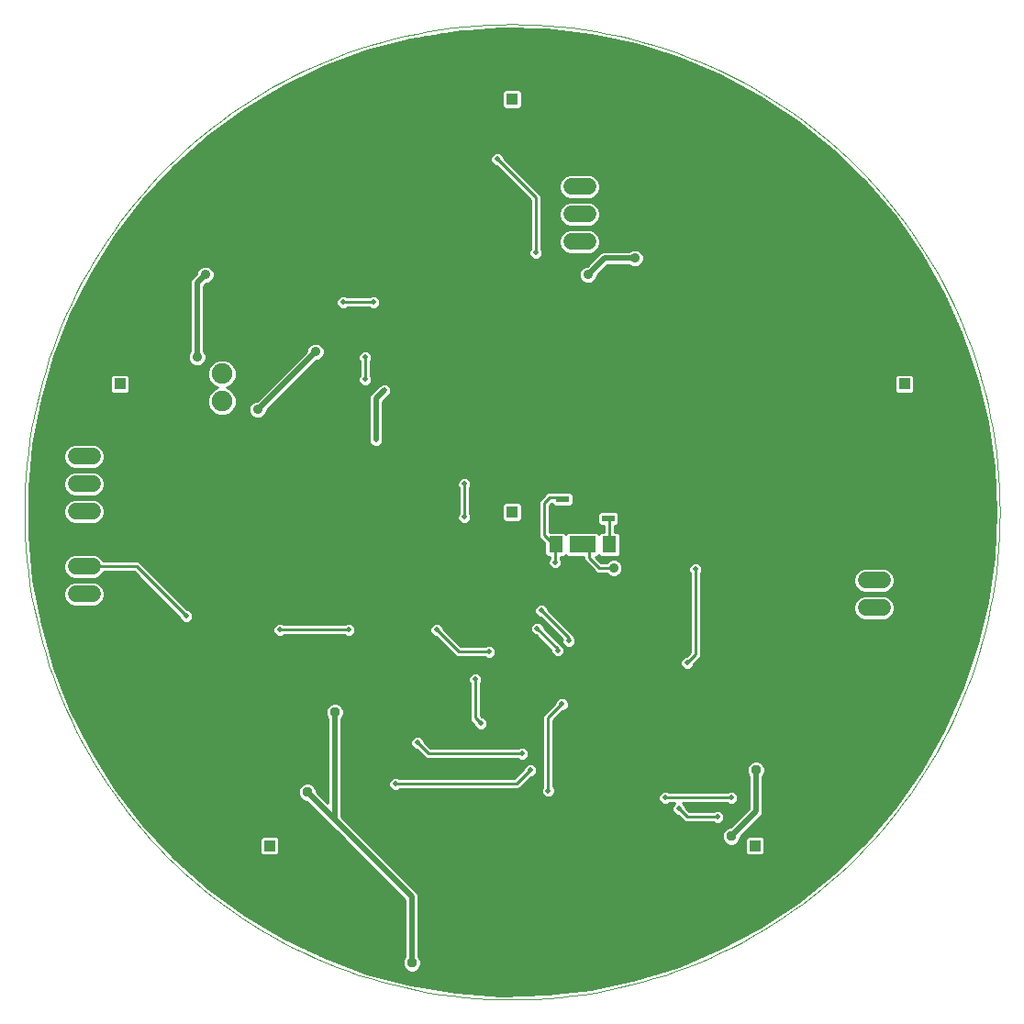
<source format=gbl>
G75*
%MOIN*%
%OFA0B0*%
%FSLAX25Y25*%
%IPPOS*%
%LPD*%
%AMOC8*
5,1,8,0,0,1.08239X$1,22.5*
%
%ADD10C,0.00039*%
%ADD11R,0.04134X0.04134*%
%ADD12C,0.06000*%
%ADD13C,0.07500*%
%ADD14C,0.23000*%
%ADD15R,0.05118X0.05906*%
%ADD16R,0.04800X0.02100*%
%ADD17C,0.01000*%
%ADD18C,0.03543*%
%ADD19C,0.01950*%
%ADD20C,0.06000*%
%ADD21C,0.03750*%
%ADD22C,0.03600*%
%ADD23C,0.02000*%
D10*
X0300276Y0192366D02*
X0300329Y0196714D01*
X0300489Y0201059D01*
X0300756Y0205399D01*
X0301129Y0209731D01*
X0301608Y0214053D01*
X0302194Y0218362D01*
X0302884Y0222654D01*
X0303680Y0226929D01*
X0304581Y0231183D01*
X0305585Y0235414D01*
X0306694Y0239618D01*
X0307905Y0243794D01*
X0309218Y0247939D01*
X0310632Y0252051D01*
X0312147Y0256127D01*
X0313762Y0260164D01*
X0315475Y0264161D01*
X0317286Y0268114D01*
X0319193Y0272021D01*
X0321195Y0275881D01*
X0323292Y0279690D01*
X0325482Y0283447D01*
X0327763Y0287149D01*
X0330134Y0290794D01*
X0332594Y0294379D01*
X0335141Y0297903D01*
X0337774Y0301364D01*
X0340491Y0304758D01*
X0343290Y0308085D01*
X0346170Y0311343D01*
X0349130Y0314528D01*
X0352166Y0317641D01*
X0355279Y0320677D01*
X0358464Y0323637D01*
X0361722Y0326517D01*
X0365049Y0329316D01*
X0368443Y0332033D01*
X0371904Y0334666D01*
X0375428Y0337213D01*
X0379013Y0339673D01*
X0382658Y0342044D01*
X0386360Y0344325D01*
X0390117Y0346515D01*
X0393926Y0348612D01*
X0397786Y0350614D01*
X0401693Y0352521D01*
X0405646Y0354332D01*
X0409643Y0356045D01*
X0413680Y0357660D01*
X0417756Y0359175D01*
X0421868Y0360589D01*
X0426013Y0361902D01*
X0430189Y0363113D01*
X0434393Y0364222D01*
X0438624Y0365226D01*
X0442878Y0366127D01*
X0447153Y0366923D01*
X0451445Y0367613D01*
X0455754Y0368199D01*
X0460076Y0368678D01*
X0464408Y0369051D01*
X0468748Y0369318D01*
X0473093Y0369478D01*
X0477441Y0369531D01*
X0481789Y0369478D01*
X0486134Y0369318D01*
X0490474Y0369051D01*
X0494806Y0368678D01*
X0499128Y0368199D01*
X0503437Y0367613D01*
X0507729Y0366923D01*
X0512004Y0366127D01*
X0516258Y0365226D01*
X0520489Y0364222D01*
X0524693Y0363113D01*
X0528869Y0361902D01*
X0533014Y0360589D01*
X0537126Y0359175D01*
X0541202Y0357660D01*
X0545239Y0356045D01*
X0549236Y0354332D01*
X0553189Y0352521D01*
X0557096Y0350614D01*
X0560956Y0348612D01*
X0564765Y0346515D01*
X0568522Y0344325D01*
X0572224Y0342044D01*
X0575869Y0339673D01*
X0579454Y0337213D01*
X0582978Y0334666D01*
X0586439Y0332033D01*
X0589833Y0329316D01*
X0593160Y0326517D01*
X0596418Y0323637D01*
X0599603Y0320677D01*
X0602716Y0317641D01*
X0605752Y0314528D01*
X0608712Y0311343D01*
X0611592Y0308085D01*
X0614391Y0304758D01*
X0617108Y0301364D01*
X0619741Y0297903D01*
X0622288Y0294379D01*
X0624748Y0290794D01*
X0627119Y0287149D01*
X0629400Y0283447D01*
X0631590Y0279690D01*
X0633687Y0275881D01*
X0635689Y0272021D01*
X0637596Y0268114D01*
X0639407Y0264161D01*
X0641120Y0260164D01*
X0642735Y0256127D01*
X0644250Y0252051D01*
X0645664Y0247939D01*
X0646977Y0243794D01*
X0648188Y0239618D01*
X0649297Y0235414D01*
X0650301Y0231183D01*
X0651202Y0226929D01*
X0651998Y0222654D01*
X0652688Y0218362D01*
X0653274Y0214053D01*
X0653753Y0209731D01*
X0654126Y0205399D01*
X0654393Y0201059D01*
X0654553Y0196714D01*
X0654606Y0192366D01*
X0654553Y0188018D01*
X0654393Y0183673D01*
X0654126Y0179333D01*
X0653753Y0175001D01*
X0653274Y0170679D01*
X0652688Y0166370D01*
X0651998Y0162078D01*
X0651202Y0157803D01*
X0650301Y0153549D01*
X0649297Y0149318D01*
X0648188Y0145114D01*
X0646977Y0140938D01*
X0645664Y0136793D01*
X0644250Y0132681D01*
X0642735Y0128605D01*
X0641120Y0124568D01*
X0639407Y0120571D01*
X0637596Y0116618D01*
X0635689Y0112711D01*
X0633687Y0108851D01*
X0631590Y0105042D01*
X0629400Y0101285D01*
X0627119Y0097583D01*
X0624748Y0093938D01*
X0622288Y0090353D01*
X0619741Y0086829D01*
X0617108Y0083368D01*
X0614391Y0079974D01*
X0611592Y0076647D01*
X0608712Y0073389D01*
X0605752Y0070204D01*
X0602716Y0067091D01*
X0599603Y0064055D01*
X0596418Y0061095D01*
X0593160Y0058215D01*
X0589833Y0055416D01*
X0586439Y0052699D01*
X0582978Y0050066D01*
X0579454Y0047519D01*
X0575869Y0045059D01*
X0572224Y0042688D01*
X0568522Y0040407D01*
X0564765Y0038217D01*
X0560956Y0036120D01*
X0557096Y0034118D01*
X0553189Y0032211D01*
X0549236Y0030400D01*
X0545239Y0028687D01*
X0541202Y0027072D01*
X0537126Y0025557D01*
X0533014Y0024143D01*
X0528869Y0022830D01*
X0524693Y0021619D01*
X0520489Y0020510D01*
X0516258Y0019506D01*
X0512004Y0018605D01*
X0507729Y0017809D01*
X0503437Y0017119D01*
X0499128Y0016533D01*
X0494806Y0016054D01*
X0490474Y0015681D01*
X0486134Y0015414D01*
X0481789Y0015254D01*
X0477441Y0015201D01*
X0473093Y0015254D01*
X0468748Y0015414D01*
X0464408Y0015681D01*
X0460076Y0016054D01*
X0455754Y0016533D01*
X0451445Y0017119D01*
X0447153Y0017809D01*
X0442878Y0018605D01*
X0438624Y0019506D01*
X0434393Y0020510D01*
X0430189Y0021619D01*
X0426013Y0022830D01*
X0421868Y0024143D01*
X0417756Y0025557D01*
X0413680Y0027072D01*
X0409643Y0028687D01*
X0405646Y0030400D01*
X0401693Y0032211D01*
X0397786Y0034118D01*
X0393926Y0036120D01*
X0390117Y0038217D01*
X0386360Y0040407D01*
X0382658Y0042688D01*
X0379013Y0045059D01*
X0375428Y0047519D01*
X0371904Y0050066D01*
X0368443Y0052699D01*
X0365049Y0055416D01*
X0361722Y0058215D01*
X0358464Y0061095D01*
X0355279Y0064055D01*
X0352166Y0067091D01*
X0349130Y0070204D01*
X0346170Y0073389D01*
X0343290Y0076647D01*
X0340491Y0079974D01*
X0337774Y0083368D01*
X0335141Y0086829D01*
X0332594Y0090353D01*
X0330134Y0093938D01*
X0327763Y0097583D01*
X0325482Y0101285D01*
X0323292Y0105042D01*
X0321195Y0108851D01*
X0319193Y0112711D01*
X0317286Y0116618D01*
X0315475Y0120571D01*
X0313762Y0124568D01*
X0312147Y0128605D01*
X0310632Y0132681D01*
X0309218Y0136793D01*
X0307905Y0140938D01*
X0306694Y0145114D01*
X0305585Y0149318D01*
X0304581Y0153549D01*
X0303680Y0157803D01*
X0302884Y0162078D01*
X0302194Y0166370D01*
X0301608Y0170679D01*
X0301129Y0175001D01*
X0300756Y0179333D01*
X0300489Y0183673D01*
X0300329Y0188018D01*
X0300276Y0192366D01*
D11*
X0334921Y0238823D03*
X0477441Y0192366D03*
X0565630Y0071106D03*
X0389252Y0071106D03*
X0619961Y0238823D03*
X0477441Y0342366D03*
D12*
X0499000Y0320500D02*
X0505000Y0320500D01*
X0505000Y0310500D02*
X0499000Y0310500D01*
X0499000Y0300500D02*
X0505000Y0300500D01*
X0505000Y0290500D02*
X0499000Y0290500D01*
X0606000Y0167500D02*
X0612000Y0167500D01*
X0612000Y0157500D02*
X0606000Y0157500D01*
X0325000Y0162500D02*
X0319000Y0162500D01*
X0319000Y0172500D02*
X0325000Y0172500D01*
X0325000Y0182500D02*
X0319000Y0182500D01*
X0319000Y0192500D02*
X0325000Y0192500D01*
X0325000Y0202500D02*
X0319000Y0202500D01*
X0319000Y0212500D02*
X0325000Y0212500D01*
D13*
X0372000Y0232500D03*
X0372000Y0242500D03*
X0372000Y0252500D03*
D14*
X0406102Y0215555D03*
X0477441Y0267366D03*
X0548780Y0215555D03*
X0521535Y0131697D03*
X0433346Y0131697D03*
X0345000Y0121933D03*
X0477441Y0042366D03*
X0609882Y0121933D03*
X0565591Y0313705D03*
X0389291Y0313705D03*
D15*
X0493260Y0180500D03*
X0500740Y0180500D03*
X0505260Y0180500D03*
X0512740Y0180500D03*
D16*
X0512300Y0190000D03*
X0512300Y0197000D03*
X0495700Y0197000D03*
X0495700Y0190000D03*
D17*
X0311172Y0135744D02*
X0306600Y0151563D01*
X0303530Y0167740D01*
X0301988Y0184133D01*
X0301988Y0200599D01*
X0303530Y0216993D01*
X0306600Y0233170D01*
X0311172Y0248988D01*
X0317205Y0264309D01*
X0324646Y0278998D01*
X0333429Y0292925D01*
X0343479Y0305968D01*
X0354705Y0318014D01*
X0367010Y0328955D01*
X0380286Y0338696D01*
X0394415Y0347150D01*
X0409274Y0354245D01*
X0424732Y0359917D01*
X0440654Y0364116D01*
X0456898Y0366806D01*
X0473323Y0367964D01*
X0489785Y0367578D01*
X0506137Y0365652D01*
X0522238Y0362203D01*
X0537945Y0357262D01*
X0553120Y0350872D01*
X0567630Y0343089D01*
X0581348Y0333981D01*
X0594152Y0323629D01*
X0605931Y0312123D01*
X0616581Y0299564D01*
X0626008Y0286064D01*
X0634129Y0271740D01*
X0640873Y0256719D01*
X0646181Y0241132D01*
X0650006Y0225117D01*
X0652315Y0208814D01*
X0653087Y0192366D01*
X0652315Y0175918D01*
X0650006Y0159615D01*
X0646181Y0143600D01*
X0640873Y0128013D01*
X0634129Y0112992D01*
X0626008Y0098668D01*
X0616581Y0085168D01*
X0605931Y0072610D01*
X0594152Y0061104D01*
X0581348Y0050751D01*
X0567630Y0041644D01*
X0553120Y0033860D01*
X0537945Y0027470D01*
X0522238Y0022529D01*
X0506137Y0019080D01*
X0489785Y0017155D01*
X0473323Y0016769D01*
X0456898Y0017926D01*
X0440654Y0020616D01*
X0424732Y0024816D01*
X0409274Y0030487D01*
X0394415Y0037582D01*
X0380286Y0046037D01*
X0367010Y0055777D01*
X0354705Y0066719D01*
X0343479Y0078764D01*
X0333429Y0091807D01*
X0324646Y0105735D01*
X0317205Y0120423D01*
X0311172Y0135744D01*
X0311033Y0136223D02*
X0538850Y0136223D01*
X0538902Y0136098D02*
X0539598Y0135402D01*
X0540508Y0135025D01*
X0541492Y0135025D01*
X0542402Y0135402D01*
X0543098Y0136098D01*
X0543475Y0137008D01*
X0543475Y0137147D01*
X0546000Y0139672D01*
X0546000Y0170000D01*
X0546098Y0170098D01*
X0546475Y0171008D01*
X0546475Y0171992D01*
X0546098Y0172902D01*
X0545402Y0173598D01*
X0544492Y0173975D01*
X0543508Y0173975D01*
X0542598Y0173598D01*
X0541902Y0172902D01*
X0541525Y0171992D01*
X0541525Y0171008D01*
X0541902Y0170098D01*
X0542000Y0170000D01*
X0542000Y0141328D01*
X0540647Y0139975D01*
X0540508Y0139975D01*
X0539598Y0139598D01*
X0538902Y0138902D01*
X0538525Y0137992D01*
X0538525Y0137008D01*
X0538902Y0136098D01*
X0538525Y0137222D02*
X0310745Y0137222D01*
X0310456Y0138221D02*
X0538620Y0138221D01*
X0539219Y0139219D02*
X0469961Y0139219D01*
X0470402Y0139402D02*
X0471098Y0140098D01*
X0471475Y0141008D01*
X0471475Y0141992D01*
X0471098Y0142902D01*
X0470402Y0143598D01*
X0469492Y0143975D01*
X0468508Y0143975D01*
X0467598Y0143598D01*
X0467500Y0143500D01*
X0458828Y0143500D01*
X0452475Y0149853D01*
X0452475Y0149992D01*
X0452098Y0150902D01*
X0451402Y0151598D01*
X0450492Y0151975D01*
X0449508Y0151975D01*
X0448598Y0151598D01*
X0447902Y0150902D01*
X0447525Y0149992D01*
X0447525Y0149008D01*
X0447902Y0148098D01*
X0448598Y0147402D01*
X0449508Y0147025D01*
X0449647Y0147025D01*
X0457172Y0139500D01*
X0467500Y0139500D01*
X0467598Y0139402D01*
X0468508Y0139025D01*
X0469492Y0139025D01*
X0470402Y0139402D01*
X0471148Y0140218D02*
X0492282Y0140218D01*
X0492598Y0139902D02*
X0493508Y0139525D01*
X0494492Y0139525D01*
X0495402Y0139902D01*
X0496098Y0140598D01*
X0496475Y0141508D01*
X0496475Y0142492D01*
X0496098Y0143402D01*
X0495402Y0144098D01*
X0495109Y0144220D01*
X0488975Y0150353D01*
X0488975Y0150492D01*
X0488598Y0151402D01*
X0487902Y0152098D01*
X0486992Y0152475D01*
X0486008Y0152475D01*
X0485098Y0152098D01*
X0484402Y0151402D01*
X0484025Y0150492D01*
X0484025Y0149508D01*
X0484402Y0148598D01*
X0485098Y0147902D01*
X0486008Y0147525D01*
X0486147Y0147525D01*
X0491525Y0142147D01*
X0491525Y0141508D01*
X0491902Y0140598D01*
X0492598Y0139902D01*
X0491646Y0141216D02*
X0471475Y0141216D01*
X0471383Y0142215D02*
X0491457Y0142215D01*
X0490458Y0143213D02*
X0470787Y0143213D01*
X0469000Y0141500D02*
X0458000Y0141500D01*
X0450000Y0149500D01*
X0449068Y0147207D02*
X0418932Y0147207D01*
X0418492Y0147025D02*
X0419402Y0147402D01*
X0420098Y0148098D01*
X0420475Y0149008D01*
X0420475Y0149992D01*
X0420098Y0150902D01*
X0419402Y0151598D01*
X0418492Y0151975D01*
X0417508Y0151975D01*
X0416598Y0151598D01*
X0416500Y0151500D01*
X0394500Y0151500D01*
X0394402Y0151598D01*
X0393492Y0151975D01*
X0392508Y0151975D01*
X0391598Y0151598D01*
X0390902Y0150902D01*
X0390525Y0149992D01*
X0390525Y0149008D01*
X0390902Y0148098D01*
X0391598Y0147402D01*
X0392508Y0147025D01*
X0393492Y0147025D01*
X0394402Y0147402D01*
X0394500Y0147500D01*
X0416500Y0147500D01*
X0416598Y0147402D01*
X0417508Y0147025D01*
X0418492Y0147025D01*
X0417068Y0147207D02*
X0393932Y0147207D01*
X0392068Y0147207D02*
X0307859Y0147207D01*
X0308148Y0146209D02*
X0450463Y0146209D01*
X0451461Y0145210D02*
X0308436Y0145210D01*
X0308725Y0144212D02*
X0452460Y0144212D01*
X0453458Y0143213D02*
X0309013Y0143213D01*
X0309302Y0142215D02*
X0454457Y0142215D01*
X0455456Y0141216D02*
X0309591Y0141216D01*
X0309879Y0140218D02*
X0456454Y0140218D01*
X0458117Y0144212D02*
X0489460Y0144212D01*
X0488461Y0145210D02*
X0457118Y0145210D01*
X0456120Y0146209D02*
X0487463Y0146209D01*
X0486464Y0147207D02*
X0455121Y0147207D01*
X0454123Y0148206D02*
X0484794Y0148206D01*
X0484151Y0149204D02*
X0453124Y0149204D01*
X0452388Y0150203D02*
X0484025Y0150203D01*
X0484319Y0151201D02*
X0451799Y0151201D01*
X0448201Y0151201D02*
X0419799Y0151201D01*
X0420388Y0150203D02*
X0447612Y0150203D01*
X0447525Y0149204D02*
X0420475Y0149204D01*
X0420143Y0148206D02*
X0447857Y0148206D01*
X0462598Y0133598D02*
X0461902Y0132902D01*
X0461525Y0131992D01*
X0461525Y0131008D01*
X0461902Y0130098D01*
X0462000Y0130000D01*
X0462000Y0116672D01*
X0463525Y0115147D01*
X0463525Y0115008D01*
X0463902Y0114098D01*
X0464598Y0113402D01*
X0465508Y0113025D01*
X0466492Y0113025D01*
X0467402Y0113402D01*
X0468098Y0114098D01*
X0468475Y0115008D01*
X0468475Y0115992D01*
X0468098Y0116902D01*
X0467402Y0117598D01*
X0466492Y0117975D01*
X0466353Y0117975D01*
X0466000Y0118328D01*
X0466000Y0130000D01*
X0466098Y0130098D01*
X0466475Y0131008D01*
X0466475Y0131992D01*
X0466098Y0132902D01*
X0465402Y0133598D01*
X0464492Y0133975D01*
X0463508Y0133975D01*
X0462598Y0133598D01*
X0462228Y0133228D02*
X0312163Y0133228D01*
X0312556Y0132229D02*
X0461623Y0132229D01*
X0461525Y0131231D02*
X0312949Y0131231D01*
X0313342Y0130232D02*
X0461846Y0130232D01*
X0462000Y0129234D02*
X0313735Y0129234D01*
X0314129Y0128235D02*
X0462000Y0128235D01*
X0462000Y0127237D02*
X0314522Y0127237D01*
X0314915Y0126238D02*
X0462000Y0126238D01*
X0462000Y0125240D02*
X0315308Y0125240D01*
X0315701Y0124241D02*
X0462000Y0124241D01*
X0462000Y0123243D02*
X0316095Y0123243D01*
X0316488Y0122244D02*
X0410971Y0122244D01*
X0411088Y0122361D02*
X0410139Y0121412D01*
X0409625Y0120171D01*
X0409625Y0118829D01*
X0410139Y0117588D01*
X0410500Y0117227D01*
X0410500Y0086536D01*
X0406375Y0090661D01*
X0406375Y0091171D01*
X0405861Y0092412D01*
X0404912Y0093361D01*
X0403671Y0093875D01*
X0402329Y0093875D01*
X0401088Y0093361D01*
X0400139Y0092412D01*
X0399625Y0091171D01*
X0399625Y0089829D01*
X0400139Y0088588D01*
X0401088Y0087639D01*
X0402329Y0087125D01*
X0402839Y0087125D01*
X0410881Y0079084D01*
X0413584Y0076381D01*
X0438500Y0051464D01*
X0438500Y0030773D01*
X0438139Y0030412D01*
X0437625Y0029171D01*
X0437625Y0027829D01*
X0438139Y0026588D01*
X0439088Y0025639D01*
X0440329Y0025125D01*
X0441671Y0025125D01*
X0442912Y0025639D01*
X0443861Y0026588D01*
X0444375Y0027829D01*
X0444375Y0029171D01*
X0443861Y0030412D01*
X0443500Y0030773D01*
X0443500Y0052997D01*
X0443119Y0053916D01*
X0417119Y0079916D01*
X0415500Y0081536D01*
X0415500Y0117227D01*
X0415861Y0117588D01*
X0416375Y0118829D01*
X0416375Y0120171D01*
X0415861Y0121412D01*
X0414912Y0122361D01*
X0413671Y0122875D01*
X0412329Y0122875D01*
X0411088Y0122361D01*
X0410070Y0121246D02*
X0316881Y0121246D01*
X0317294Y0120247D02*
X0409656Y0120247D01*
X0409625Y0119249D02*
X0317800Y0119249D01*
X0318306Y0118250D02*
X0409865Y0118250D01*
X0410475Y0117252D02*
X0318811Y0117252D01*
X0319317Y0116253D02*
X0410500Y0116253D01*
X0410500Y0115255D02*
X0319823Y0115255D01*
X0320329Y0114256D02*
X0410500Y0114256D01*
X0410500Y0113258D02*
X0320835Y0113258D01*
X0321340Y0112259D02*
X0410500Y0112259D01*
X0410500Y0111261D02*
X0321846Y0111261D01*
X0322352Y0110262D02*
X0410500Y0110262D01*
X0410500Y0109264D02*
X0322858Y0109264D01*
X0323364Y0108265D02*
X0410500Y0108265D01*
X0410500Y0107267D02*
X0323870Y0107267D01*
X0324375Y0106268D02*
X0410500Y0106268D01*
X0410500Y0105270D02*
X0324939Y0105270D01*
X0325569Y0104271D02*
X0410500Y0104271D01*
X0410500Y0103273D02*
X0326198Y0103273D01*
X0326828Y0102274D02*
X0410500Y0102274D01*
X0410500Y0101276D02*
X0327458Y0101276D01*
X0328088Y0100277D02*
X0410500Y0100277D01*
X0410500Y0099279D02*
X0328717Y0099279D01*
X0329347Y0098280D02*
X0410500Y0098280D01*
X0410500Y0097282D02*
X0329977Y0097282D01*
X0330607Y0096283D02*
X0410500Y0096283D01*
X0410500Y0095285D02*
X0331236Y0095285D01*
X0331866Y0094286D02*
X0410500Y0094286D01*
X0410500Y0093288D02*
X0404985Y0093288D01*
X0405912Y0092289D02*
X0410500Y0092289D01*
X0410500Y0091290D02*
X0406326Y0091290D01*
X0406744Y0090292D02*
X0410500Y0090292D01*
X0410500Y0089293D02*
X0407742Y0089293D01*
X0408741Y0088295D02*
X0410500Y0088295D01*
X0410500Y0087296D02*
X0409739Y0087296D01*
X0406662Y0083302D02*
X0339982Y0083302D01*
X0340751Y0082304D02*
X0407661Y0082304D01*
X0408659Y0081305D02*
X0341520Y0081305D01*
X0342290Y0080307D02*
X0409658Y0080307D01*
X0410656Y0079308D02*
X0343059Y0079308D01*
X0343902Y0078310D02*
X0411655Y0078310D01*
X0412653Y0077311D02*
X0344832Y0077311D01*
X0345763Y0076313D02*
X0413652Y0076313D01*
X0414650Y0075314D02*
X0346694Y0075314D01*
X0347624Y0074316D02*
X0386206Y0074316D01*
X0386564Y0074673D02*
X0385685Y0073795D01*
X0385685Y0068418D01*
X0386564Y0067539D01*
X0391940Y0067539D01*
X0392819Y0068418D01*
X0392819Y0073795D01*
X0391940Y0074673D01*
X0386564Y0074673D01*
X0385685Y0073317D02*
X0348555Y0073317D01*
X0349486Y0072319D02*
X0385685Y0072319D01*
X0385685Y0071320D02*
X0350416Y0071320D01*
X0351347Y0070322D02*
X0385685Y0070322D01*
X0385685Y0069323D02*
X0352277Y0069323D01*
X0353208Y0068325D02*
X0385778Y0068325D01*
X0392726Y0068325D02*
X0421640Y0068325D01*
X0422638Y0067326D02*
X0354139Y0067326D01*
X0355145Y0066328D02*
X0423637Y0066328D01*
X0424635Y0065329D02*
X0356268Y0065329D01*
X0357391Y0064331D02*
X0425634Y0064331D01*
X0426632Y0063332D02*
X0358514Y0063332D01*
X0359637Y0062334D02*
X0427631Y0062334D01*
X0428629Y0061335D02*
X0360760Y0061335D01*
X0361883Y0060337D02*
X0429628Y0060337D01*
X0430626Y0059338D02*
X0363006Y0059338D01*
X0364129Y0058340D02*
X0431625Y0058340D01*
X0432623Y0057341D02*
X0365252Y0057341D01*
X0366375Y0056343D02*
X0433622Y0056343D01*
X0434620Y0055344D02*
X0367601Y0055344D01*
X0368962Y0054346D02*
X0435619Y0054346D01*
X0436617Y0053347D02*
X0370323Y0053347D01*
X0371684Y0052349D02*
X0437616Y0052349D01*
X0438500Y0051350D02*
X0373044Y0051350D01*
X0374405Y0050352D02*
X0438500Y0050352D01*
X0438500Y0049353D02*
X0375766Y0049353D01*
X0377127Y0048355D02*
X0438500Y0048355D01*
X0438500Y0047356D02*
X0378488Y0047356D01*
X0379849Y0046357D02*
X0438500Y0046357D01*
X0438500Y0045359D02*
X0381419Y0045359D01*
X0383087Y0044360D02*
X0438500Y0044360D01*
X0438500Y0043362D02*
X0384756Y0043362D01*
X0386425Y0042363D02*
X0438500Y0042363D01*
X0438500Y0041365D02*
X0388093Y0041365D01*
X0389762Y0040366D02*
X0438500Y0040366D01*
X0438500Y0039368D02*
X0391431Y0039368D01*
X0393099Y0038369D02*
X0438500Y0038369D01*
X0438500Y0037371D02*
X0394857Y0037371D01*
X0396949Y0036372D02*
X0438500Y0036372D01*
X0438500Y0035374D02*
X0399040Y0035374D01*
X0401131Y0034375D02*
X0438500Y0034375D01*
X0438500Y0033377D02*
X0403223Y0033377D01*
X0405314Y0032378D02*
X0438500Y0032378D01*
X0438500Y0031380D02*
X0407405Y0031380D01*
X0409564Y0030381D02*
X0438126Y0030381D01*
X0437713Y0029383D02*
X0412285Y0029383D01*
X0415006Y0028384D02*
X0437625Y0028384D01*
X0437808Y0027386D02*
X0417728Y0027386D01*
X0420449Y0026387D02*
X0438340Y0026387D01*
X0439692Y0025389D02*
X0423170Y0025389D01*
X0426345Y0024390D02*
X0528154Y0024390D01*
X0524980Y0023392D02*
X0430130Y0023392D01*
X0433916Y0022393D02*
X0521604Y0022393D01*
X0516942Y0021395D02*
X0437702Y0021395D01*
X0441981Y0020396D02*
X0512280Y0020396D01*
X0507618Y0019398D02*
X0448011Y0019398D01*
X0454040Y0018399D02*
X0500352Y0018399D01*
X0491873Y0017401D02*
X0464354Y0017401D01*
X0444192Y0027386D02*
X0537677Y0027386D01*
X0540116Y0028384D02*
X0444375Y0028384D01*
X0444287Y0029383D02*
X0542487Y0029383D01*
X0544858Y0030381D02*
X0443874Y0030381D01*
X0443500Y0031380D02*
X0547229Y0031380D01*
X0549601Y0032378D02*
X0443500Y0032378D01*
X0443500Y0033377D02*
X0551972Y0033377D01*
X0554080Y0034375D02*
X0443500Y0034375D01*
X0443500Y0035374D02*
X0555942Y0035374D01*
X0557803Y0036372D02*
X0443500Y0036372D01*
X0443500Y0037371D02*
X0559665Y0037371D01*
X0561526Y0038369D02*
X0443500Y0038369D01*
X0443500Y0039368D02*
X0563388Y0039368D01*
X0565249Y0040366D02*
X0443500Y0040366D01*
X0443500Y0041365D02*
X0567111Y0041365D01*
X0568715Y0042363D02*
X0443500Y0042363D01*
X0443500Y0043362D02*
X0570218Y0043362D01*
X0571722Y0044360D02*
X0443500Y0044360D01*
X0443500Y0045359D02*
X0573226Y0045359D01*
X0574730Y0046357D02*
X0443500Y0046357D01*
X0443500Y0047356D02*
X0576234Y0047356D01*
X0577738Y0048355D02*
X0443500Y0048355D01*
X0443500Y0049353D02*
X0579242Y0049353D01*
X0580746Y0050352D02*
X0443500Y0050352D01*
X0443500Y0051350D02*
X0582088Y0051350D01*
X0583323Y0052349D02*
X0443500Y0052349D01*
X0443355Y0053347D02*
X0584558Y0053347D01*
X0585794Y0054346D02*
X0442690Y0054346D01*
X0441691Y0055344D02*
X0587029Y0055344D01*
X0588264Y0056343D02*
X0440693Y0056343D01*
X0439694Y0057341D02*
X0589499Y0057341D01*
X0590734Y0058340D02*
X0438696Y0058340D01*
X0437697Y0059338D02*
X0591969Y0059338D01*
X0593204Y0060337D02*
X0436699Y0060337D01*
X0435700Y0061335D02*
X0594389Y0061335D01*
X0595412Y0062334D02*
X0434702Y0062334D01*
X0433703Y0063332D02*
X0596434Y0063332D01*
X0597456Y0064331D02*
X0432705Y0064331D01*
X0431706Y0065329D02*
X0598478Y0065329D01*
X0599500Y0066328D02*
X0430708Y0066328D01*
X0429709Y0067326D02*
X0600523Y0067326D01*
X0601545Y0068325D02*
X0569104Y0068325D01*
X0569197Y0068418D02*
X0568318Y0067539D01*
X0562942Y0067539D01*
X0562063Y0068418D01*
X0562063Y0073795D01*
X0562942Y0074673D01*
X0568318Y0074673D01*
X0569197Y0073795D01*
X0569197Y0068418D01*
X0569197Y0069323D02*
X0602567Y0069323D01*
X0603589Y0070322D02*
X0569197Y0070322D01*
X0569197Y0071320D02*
X0604611Y0071320D01*
X0605634Y0072319D02*
X0569197Y0072319D01*
X0569197Y0073317D02*
X0606531Y0073317D01*
X0605931Y0072610D02*
X0605931Y0072610D01*
X0607378Y0074316D02*
X0568676Y0074316D01*
X0564345Y0078310D02*
X0610765Y0078310D01*
X0609918Y0077311D02*
X0563347Y0077311D01*
X0562348Y0076313D02*
X0609072Y0076313D01*
X0608225Y0075314D02*
X0561350Y0075314D01*
X0560375Y0074339D02*
X0568119Y0082084D01*
X0568500Y0083003D01*
X0568500Y0096227D01*
X0568861Y0096588D01*
X0569375Y0097829D01*
X0569375Y0099171D01*
X0568861Y0100412D01*
X0567912Y0101361D01*
X0566671Y0101875D01*
X0565329Y0101875D01*
X0564088Y0101361D01*
X0563139Y0100412D01*
X0562625Y0099171D01*
X0562625Y0097829D01*
X0563139Y0096588D01*
X0563500Y0096227D01*
X0563500Y0084536D01*
X0556839Y0077875D01*
X0556329Y0077875D01*
X0555088Y0077361D01*
X0554139Y0076412D01*
X0553625Y0075171D01*
X0553625Y0073829D01*
X0554139Y0072588D01*
X0555088Y0071639D01*
X0556329Y0071125D01*
X0557671Y0071125D01*
X0558912Y0071639D01*
X0559861Y0072588D01*
X0560375Y0073829D01*
X0560375Y0074339D01*
X0560375Y0074316D02*
X0562584Y0074316D01*
X0562063Y0073317D02*
X0560163Y0073317D01*
X0559592Y0072319D02*
X0562063Y0072319D01*
X0562063Y0071320D02*
X0558143Y0071320D01*
X0555857Y0071320D02*
X0425715Y0071320D01*
X0424717Y0072319D02*
X0554408Y0072319D01*
X0553837Y0073317D02*
X0423718Y0073317D01*
X0422720Y0074316D02*
X0553625Y0074316D01*
X0553684Y0075314D02*
X0421721Y0075314D01*
X0420723Y0076313D02*
X0554098Y0076313D01*
X0555038Y0077311D02*
X0419724Y0077311D01*
X0418726Y0078310D02*
X0557274Y0078310D01*
X0558273Y0079308D02*
X0553176Y0079308D01*
X0553402Y0079402D02*
X0554098Y0080098D01*
X0554475Y0081008D01*
X0554475Y0081992D01*
X0554098Y0082902D01*
X0553402Y0083598D01*
X0552492Y0083975D01*
X0551508Y0083975D01*
X0550598Y0083598D01*
X0550500Y0083500D01*
X0541828Y0083500D01*
X0540475Y0084853D01*
X0540475Y0084992D01*
X0540098Y0085902D01*
X0539500Y0086500D01*
X0555500Y0086500D01*
X0555598Y0086402D01*
X0556508Y0086025D01*
X0557492Y0086025D01*
X0558402Y0086402D01*
X0559098Y0087098D01*
X0559475Y0088008D01*
X0559475Y0088992D01*
X0559098Y0089902D01*
X0558402Y0090598D01*
X0557492Y0090975D01*
X0556508Y0090975D01*
X0555598Y0090598D01*
X0555500Y0090500D01*
X0534500Y0090500D01*
X0534402Y0090598D01*
X0533492Y0090975D01*
X0532508Y0090975D01*
X0531598Y0090598D01*
X0530902Y0089902D01*
X0530525Y0088992D01*
X0530525Y0088008D01*
X0530902Y0087098D01*
X0531598Y0086402D01*
X0532508Y0086025D01*
X0533492Y0086025D01*
X0534402Y0086402D01*
X0534500Y0086500D01*
X0536500Y0086500D01*
X0535902Y0085902D01*
X0535525Y0084992D01*
X0535525Y0084008D01*
X0535902Y0083098D01*
X0536598Y0082402D01*
X0537508Y0082025D01*
X0537647Y0082025D01*
X0540172Y0079500D01*
X0550500Y0079500D01*
X0550598Y0079402D01*
X0551508Y0079025D01*
X0552492Y0079025D01*
X0553402Y0079402D01*
X0554185Y0080307D02*
X0559271Y0080307D01*
X0560270Y0081305D02*
X0554475Y0081305D01*
X0554346Y0082304D02*
X0561268Y0082304D01*
X0562267Y0083302D02*
X0553698Y0083302D01*
X0552000Y0081500D02*
X0541000Y0081500D01*
X0538000Y0084500D01*
X0539702Y0086298D02*
X0555849Y0086298D01*
X0558151Y0086298D02*
X0563500Y0086298D01*
X0563500Y0087296D02*
X0559180Y0087296D01*
X0559475Y0088295D02*
X0563500Y0088295D01*
X0563500Y0089293D02*
X0559350Y0089293D01*
X0558708Y0090292D02*
X0563500Y0090292D01*
X0563500Y0091290D02*
X0492975Y0091290D01*
X0492975Y0091492D02*
X0492598Y0092402D01*
X0492500Y0092500D01*
X0492500Y0116672D01*
X0495853Y0120025D01*
X0495992Y0120025D01*
X0496902Y0120402D01*
X0497598Y0121098D01*
X0497975Y0122008D01*
X0497975Y0122992D01*
X0497598Y0123902D01*
X0496902Y0124598D01*
X0495992Y0124975D01*
X0495008Y0124975D01*
X0494098Y0124598D01*
X0493402Y0123902D01*
X0493025Y0122992D01*
X0493025Y0122853D01*
X0488500Y0118328D01*
X0488500Y0092500D01*
X0488402Y0092402D01*
X0488025Y0091492D01*
X0488025Y0090508D01*
X0488402Y0089598D01*
X0489098Y0088902D01*
X0490008Y0088525D01*
X0490992Y0088525D01*
X0491902Y0088902D01*
X0492598Y0089598D01*
X0492975Y0090508D01*
X0492975Y0091492D01*
X0492645Y0092289D02*
X0563500Y0092289D01*
X0563500Y0093288D02*
X0492500Y0093288D01*
X0492500Y0094286D02*
X0563500Y0094286D01*
X0563500Y0095285D02*
X0492500Y0095285D01*
X0492500Y0096283D02*
X0563444Y0096283D01*
X0562852Y0097282D02*
X0492500Y0097282D01*
X0492500Y0098280D02*
X0562625Y0098280D01*
X0562669Y0099279D02*
X0492500Y0099279D01*
X0492500Y0100277D02*
X0563083Y0100277D01*
X0564003Y0101276D02*
X0492500Y0101276D01*
X0492500Y0102274D02*
X0628052Y0102274D01*
X0627486Y0101276D02*
X0567997Y0101276D01*
X0568917Y0100277D02*
X0626920Y0100277D01*
X0626354Y0099279D02*
X0569331Y0099279D01*
X0569375Y0098280D02*
X0625737Y0098280D01*
X0625040Y0097282D02*
X0569148Y0097282D01*
X0568556Y0096283D02*
X0624342Y0096283D01*
X0623645Y0095285D02*
X0568500Y0095285D01*
X0568500Y0094286D02*
X0622948Y0094286D01*
X0622251Y0093288D02*
X0568500Y0093288D01*
X0568500Y0092289D02*
X0621553Y0092289D01*
X0620856Y0091290D02*
X0568500Y0091290D01*
X0568500Y0090292D02*
X0620159Y0090292D01*
X0619462Y0089293D02*
X0568500Y0089293D01*
X0568500Y0088295D02*
X0618764Y0088295D01*
X0618067Y0087296D02*
X0568500Y0087296D01*
X0568500Y0086298D02*
X0617370Y0086298D01*
X0616673Y0085299D02*
X0568500Y0085299D01*
X0568500Y0084301D02*
X0615846Y0084301D01*
X0614999Y0083302D02*
X0568500Y0083302D01*
X0568211Y0082304D02*
X0614152Y0082304D01*
X0613305Y0081305D02*
X0567341Y0081305D01*
X0566342Y0080307D02*
X0612459Y0080307D01*
X0611612Y0079308D02*
X0565344Y0079308D01*
X0563265Y0084301D02*
X0541027Y0084301D01*
X0540348Y0085299D02*
X0563500Y0085299D01*
X0557000Y0088500D02*
X0533000Y0088500D01*
X0531292Y0090292D02*
X0492886Y0090292D01*
X0492294Y0089293D02*
X0530650Y0089293D01*
X0530525Y0088295D02*
X0415500Y0088295D01*
X0415500Y0089293D02*
X0488706Y0089293D01*
X0488114Y0090292D02*
X0415500Y0090292D01*
X0415500Y0091290D02*
X0433867Y0091290D01*
X0433598Y0091402D02*
X0434508Y0091025D01*
X0435492Y0091025D01*
X0436402Y0091402D01*
X0436500Y0091500D01*
X0479828Y0091500D01*
X0484353Y0096025D01*
X0484492Y0096025D01*
X0485402Y0096402D01*
X0486098Y0097098D01*
X0486475Y0098008D01*
X0486475Y0098992D01*
X0486098Y0099902D01*
X0485402Y0100598D01*
X0484492Y0100975D01*
X0483508Y0100975D01*
X0482598Y0100598D01*
X0481902Y0099902D01*
X0481525Y0098992D01*
X0481525Y0098853D01*
X0478172Y0095500D01*
X0436500Y0095500D01*
X0436402Y0095598D01*
X0435492Y0095975D01*
X0434508Y0095975D01*
X0433598Y0095598D01*
X0432902Y0094902D01*
X0432525Y0093992D01*
X0432525Y0093008D01*
X0432902Y0092098D01*
X0433598Y0091402D01*
X0432823Y0092289D02*
X0415500Y0092289D01*
X0415500Y0093288D02*
X0432525Y0093288D01*
X0432647Y0094286D02*
X0415500Y0094286D01*
X0415500Y0095285D02*
X0433284Y0095285D01*
X0435000Y0093500D02*
X0479000Y0093500D01*
X0484000Y0098500D01*
X0485723Y0100277D02*
X0488500Y0100277D01*
X0488500Y0099279D02*
X0486356Y0099279D01*
X0486475Y0098280D02*
X0488500Y0098280D01*
X0488500Y0097282D02*
X0486174Y0097282D01*
X0485115Y0096283D02*
X0488500Y0096283D01*
X0488500Y0095285D02*
X0483613Y0095285D01*
X0482614Y0094286D02*
X0488500Y0094286D01*
X0488500Y0093288D02*
X0481616Y0093288D01*
X0480617Y0092289D02*
X0488355Y0092289D01*
X0488025Y0091290D02*
X0436133Y0091290D01*
X0446172Y0102500D02*
X0442647Y0106025D01*
X0442508Y0106025D01*
X0441598Y0106402D01*
X0440902Y0107098D01*
X0440525Y0108008D01*
X0440525Y0108992D01*
X0440902Y0109902D01*
X0441598Y0110598D01*
X0442508Y0110975D01*
X0443492Y0110975D01*
X0444402Y0110598D01*
X0445098Y0109902D01*
X0445475Y0108992D01*
X0445475Y0108853D01*
X0447828Y0106500D01*
X0479500Y0106500D01*
X0479598Y0106598D01*
X0480508Y0106975D01*
X0481492Y0106975D01*
X0482402Y0106598D01*
X0483098Y0105902D01*
X0483475Y0104992D01*
X0483475Y0104008D01*
X0483098Y0103098D01*
X0482402Y0102402D01*
X0481492Y0102025D01*
X0480508Y0102025D01*
X0479598Y0102402D01*
X0479500Y0102500D01*
X0446172Y0102500D01*
X0445399Y0103273D02*
X0415500Y0103273D01*
X0415500Y0104271D02*
X0444400Y0104271D01*
X0443402Y0105270D02*
X0415500Y0105270D01*
X0415500Y0106268D02*
X0441921Y0106268D01*
X0440832Y0107267D02*
X0415500Y0107267D01*
X0415500Y0108265D02*
X0440525Y0108265D01*
X0440637Y0109264D02*
X0415500Y0109264D01*
X0415500Y0110262D02*
X0441262Y0110262D01*
X0443000Y0108500D02*
X0447000Y0104500D01*
X0481000Y0104500D01*
X0482732Y0106268D02*
X0488500Y0106268D01*
X0488500Y0105270D02*
X0483360Y0105270D01*
X0483475Y0104271D02*
X0488500Y0104271D01*
X0488500Y0103273D02*
X0483171Y0103273D01*
X0482094Y0102274D02*
X0488500Y0102274D01*
X0488500Y0101276D02*
X0415500Y0101276D01*
X0415500Y0102274D02*
X0479906Y0102274D01*
X0482277Y0100277D02*
X0415500Y0100277D01*
X0415500Y0099279D02*
X0481644Y0099279D01*
X0480952Y0098280D02*
X0415500Y0098280D01*
X0415500Y0097282D02*
X0479953Y0097282D01*
X0478955Y0096283D02*
X0415500Y0096283D01*
X0415500Y0087296D02*
X0530820Y0087296D01*
X0531849Y0086298D02*
X0415500Y0086298D01*
X0415500Y0085299D02*
X0535652Y0085299D01*
X0535525Y0084301D02*
X0415500Y0084301D01*
X0415500Y0083302D02*
X0535817Y0083302D01*
X0536834Y0082304D02*
X0415500Y0082304D01*
X0415730Y0081305D02*
X0538366Y0081305D01*
X0539365Y0080307D02*
X0416729Y0080307D01*
X0417727Y0079308D02*
X0550824Y0079308D01*
X0562063Y0070322D02*
X0426714Y0070322D01*
X0427712Y0069323D02*
X0562063Y0069323D01*
X0562156Y0068325D02*
X0428711Y0068325D01*
X0420641Y0069323D02*
X0392819Y0069323D01*
X0392819Y0070322D02*
X0419643Y0070322D01*
X0418644Y0071320D02*
X0392819Y0071320D01*
X0392819Y0072319D02*
X0417646Y0072319D01*
X0416647Y0073317D02*
X0392819Y0073317D01*
X0392298Y0074316D02*
X0415649Y0074316D01*
X0405664Y0084301D02*
X0339213Y0084301D01*
X0338443Y0085299D02*
X0404665Y0085299D01*
X0403667Y0086298D02*
X0337674Y0086298D01*
X0336905Y0087296D02*
X0401915Y0087296D01*
X0400432Y0088295D02*
X0336135Y0088295D01*
X0335366Y0089293D02*
X0399847Y0089293D01*
X0399625Y0090292D02*
X0334597Y0090292D01*
X0333828Y0091290D02*
X0399674Y0091290D01*
X0400088Y0092289D02*
X0333126Y0092289D01*
X0332496Y0093288D02*
X0401015Y0093288D01*
X0415500Y0111261D02*
X0488500Y0111261D01*
X0488500Y0112259D02*
X0415500Y0112259D01*
X0415500Y0113258D02*
X0464946Y0113258D01*
X0463836Y0114256D02*
X0415500Y0114256D01*
X0415500Y0115255D02*
X0463417Y0115255D01*
X0462418Y0116253D02*
X0415500Y0116253D01*
X0415525Y0117252D02*
X0462000Y0117252D01*
X0462000Y0118250D02*
X0416135Y0118250D01*
X0416375Y0119249D02*
X0462000Y0119249D01*
X0462000Y0120247D02*
X0416344Y0120247D01*
X0415930Y0121246D02*
X0462000Y0121246D01*
X0462000Y0122244D02*
X0415029Y0122244D01*
X0418000Y0149500D02*
X0393000Y0149500D01*
X0391201Y0151201D02*
X0306705Y0151201D01*
X0306480Y0152200D02*
X0358086Y0152200D01*
X0358508Y0152025D02*
X0359492Y0152025D01*
X0360402Y0152402D01*
X0361098Y0153098D01*
X0361475Y0154008D01*
X0361475Y0154992D01*
X0361098Y0155902D01*
X0360402Y0156598D01*
X0359492Y0156975D01*
X0359353Y0156975D01*
X0343000Y0173328D01*
X0341828Y0174500D01*
X0329042Y0174500D01*
X0328815Y0175049D01*
X0327549Y0176315D01*
X0325895Y0177000D01*
X0318105Y0177000D01*
X0316451Y0176315D01*
X0315185Y0175049D01*
X0314500Y0173395D01*
X0314500Y0171605D01*
X0315185Y0169951D01*
X0316451Y0168685D01*
X0318105Y0168000D01*
X0325895Y0168000D01*
X0327549Y0168685D01*
X0328815Y0169951D01*
X0329042Y0170500D01*
X0340172Y0170500D01*
X0356525Y0154147D01*
X0356525Y0154008D01*
X0356902Y0153098D01*
X0357598Y0152402D01*
X0358508Y0152025D01*
X0359914Y0152200D02*
X0485343Y0152200D01*
X0487657Y0152200D02*
X0489472Y0152200D01*
X0488681Y0151201D02*
X0490470Y0151201D01*
X0491469Y0150203D02*
X0489126Y0150203D01*
X0490124Y0149204D02*
X0492467Y0149204D01*
X0493466Y0148206D02*
X0491123Y0148206D01*
X0492121Y0147207D02*
X0494464Y0147207D01*
X0495463Y0146209D02*
X0493120Y0146209D01*
X0494118Y0145210D02*
X0495525Y0145210D01*
X0495525Y0145008D02*
X0495902Y0144098D01*
X0496598Y0143402D01*
X0497508Y0143025D01*
X0498492Y0143025D01*
X0499402Y0143402D01*
X0500098Y0144098D01*
X0500475Y0145008D01*
X0500475Y0145992D01*
X0500098Y0146902D01*
X0500000Y0147000D01*
X0500000Y0147328D01*
X0490475Y0156853D01*
X0490475Y0156992D01*
X0490098Y0157902D01*
X0489402Y0158598D01*
X0488492Y0158975D01*
X0487508Y0158975D01*
X0486598Y0158598D01*
X0485902Y0157902D01*
X0485525Y0156992D01*
X0485525Y0156008D01*
X0485902Y0155098D01*
X0486598Y0154402D01*
X0487508Y0154025D01*
X0487647Y0154025D01*
X0495570Y0146101D01*
X0495525Y0145992D01*
X0495525Y0145008D01*
X0495855Y0144212D02*
X0495128Y0144212D01*
X0496176Y0143213D02*
X0497054Y0143213D01*
X0496475Y0142215D02*
X0542000Y0142215D01*
X0542000Y0143213D02*
X0498946Y0143213D01*
X0500145Y0144212D02*
X0542000Y0144212D01*
X0542000Y0145210D02*
X0500475Y0145210D01*
X0500385Y0146209D02*
X0542000Y0146209D01*
X0542000Y0147207D02*
X0500000Y0147207D01*
X0499123Y0148206D02*
X0542000Y0148206D01*
X0542000Y0149204D02*
X0498124Y0149204D01*
X0497126Y0150203D02*
X0542000Y0150203D01*
X0542000Y0151201D02*
X0496127Y0151201D01*
X0495129Y0152200D02*
X0542000Y0152200D01*
X0542000Y0153198D02*
X0494130Y0153198D01*
X0493132Y0154197D02*
X0542000Y0154197D01*
X0542000Y0155195D02*
X0492133Y0155195D01*
X0491135Y0156194D02*
X0542000Y0156194D01*
X0542000Y0157192D02*
X0490392Y0157192D01*
X0489809Y0158191D02*
X0542000Y0158191D01*
X0542000Y0159189D02*
X0357139Y0159189D01*
X0358138Y0158191D02*
X0486191Y0158191D01*
X0485608Y0157192D02*
X0359136Y0157192D01*
X0360806Y0156194D02*
X0485525Y0156194D01*
X0485862Y0155195D02*
X0361391Y0155195D01*
X0361475Y0154197D02*
X0487093Y0154197D01*
X0488473Y0153198D02*
X0361140Y0153198D01*
X0359000Y0154500D02*
X0341000Y0172500D01*
X0322000Y0172500D01*
X0326320Y0168176D02*
X0342496Y0168176D01*
X0343494Y0167177D02*
X0303637Y0167177D01*
X0303489Y0168176D02*
X0317680Y0168176D01*
X0318105Y0167000D02*
X0316451Y0166315D01*
X0315185Y0165049D01*
X0314500Y0163395D01*
X0314500Y0161605D01*
X0315185Y0159951D01*
X0316451Y0158685D01*
X0318105Y0158000D01*
X0325895Y0158000D01*
X0327549Y0158685D01*
X0328815Y0159951D01*
X0329500Y0161605D01*
X0329500Y0163395D01*
X0328815Y0165049D01*
X0327549Y0166315D01*
X0325895Y0167000D01*
X0318105Y0167000D01*
X0316315Y0166179D02*
X0303826Y0166179D01*
X0304016Y0165180D02*
X0315316Y0165180D01*
X0314826Y0164182D02*
X0304205Y0164182D01*
X0304395Y0163183D02*
X0314500Y0163183D01*
X0314500Y0162185D02*
X0304584Y0162185D01*
X0304774Y0161186D02*
X0314673Y0161186D01*
X0315087Y0160188D02*
X0304963Y0160188D01*
X0305153Y0159189D02*
X0315947Y0159189D01*
X0317644Y0158191D02*
X0305342Y0158191D01*
X0305532Y0157192D02*
X0353479Y0157192D01*
X0352481Y0158191D02*
X0326356Y0158191D01*
X0328053Y0159189D02*
X0351482Y0159189D01*
X0350484Y0160188D02*
X0328913Y0160188D01*
X0329327Y0161186D02*
X0349485Y0161186D01*
X0348487Y0162185D02*
X0329500Y0162185D01*
X0329500Y0163183D02*
X0347488Y0163183D01*
X0346490Y0164182D02*
X0329174Y0164182D01*
X0328684Y0165180D02*
X0345491Y0165180D01*
X0344493Y0166179D02*
X0327685Y0166179D01*
X0328038Y0169174D02*
X0341497Y0169174D01*
X0340499Y0170173D02*
X0328907Y0170173D01*
X0328699Y0175165D02*
X0490804Y0175165D01*
X0490902Y0175402D02*
X0490525Y0174492D01*
X0490525Y0173508D01*
X0490902Y0172598D01*
X0491598Y0171902D01*
X0492508Y0171525D01*
X0493492Y0171525D01*
X0494402Y0171902D01*
X0495098Y0172598D01*
X0495475Y0173508D01*
X0495475Y0174492D01*
X0495098Y0175402D01*
X0495000Y0175500D01*
X0495000Y0176047D01*
X0496440Y0176047D01*
X0497000Y0176607D01*
X0497560Y0176047D01*
X0503260Y0176047D01*
X0503260Y0174912D01*
X0507000Y0171172D01*
X0508172Y0170000D01*
X0511633Y0170000D01*
X0512407Y0169226D01*
X0513609Y0168728D01*
X0514911Y0168728D01*
X0516113Y0169226D01*
X0517033Y0170147D01*
X0517531Y0171349D01*
X0517531Y0172651D01*
X0517033Y0173853D01*
X0516113Y0174774D01*
X0514911Y0175272D01*
X0513609Y0175272D01*
X0512407Y0174774D01*
X0511633Y0174000D01*
X0509828Y0174000D01*
X0507781Y0176047D01*
X0508440Y0176047D01*
X0509000Y0176607D01*
X0509560Y0176047D01*
X0515921Y0176047D01*
X0516799Y0176926D01*
X0516799Y0184074D01*
X0515921Y0184953D01*
X0514740Y0184953D01*
X0514740Y0187450D01*
X0515321Y0187450D01*
X0516200Y0188329D01*
X0516200Y0191671D01*
X0515321Y0192550D01*
X0509279Y0192550D01*
X0508400Y0191671D01*
X0508400Y0188329D01*
X0509279Y0187450D01*
X0510740Y0187450D01*
X0510740Y0184953D01*
X0509560Y0184953D01*
X0509000Y0184393D01*
X0508440Y0184953D01*
X0497560Y0184953D01*
X0497000Y0184393D01*
X0496440Y0184953D01*
X0491000Y0184953D01*
X0491000Y0194672D01*
X0491800Y0195472D01*
X0491800Y0195329D01*
X0492679Y0194450D01*
X0498721Y0194450D01*
X0499600Y0195329D01*
X0499600Y0198671D01*
X0498721Y0199550D01*
X0492679Y0199550D01*
X0492629Y0199500D01*
X0490172Y0199500D01*
X0489000Y0198328D01*
X0487000Y0196328D01*
X0487000Y0183172D01*
X0488172Y0182000D01*
X0489201Y0180971D01*
X0489201Y0176926D01*
X0490079Y0176047D01*
X0491000Y0176047D01*
X0491000Y0175500D01*
X0490902Y0175402D01*
X0489963Y0176164D02*
X0327700Y0176164D01*
X0316300Y0176164D02*
X0302738Y0176164D01*
X0302644Y0177162D02*
X0489201Y0177162D01*
X0489201Y0178161D02*
X0302550Y0178161D01*
X0302456Y0179159D02*
X0489201Y0179159D01*
X0489201Y0180158D02*
X0302362Y0180158D01*
X0302268Y0181157D02*
X0489015Y0181157D01*
X0488017Y0182155D02*
X0302174Y0182155D01*
X0302080Y0183154D02*
X0487018Y0183154D01*
X0487000Y0184152D02*
X0301988Y0184152D01*
X0301988Y0185151D02*
X0487000Y0185151D01*
X0487000Y0186149D02*
X0301988Y0186149D01*
X0301988Y0187148D02*
X0487000Y0187148D01*
X0487000Y0188146D02*
X0460785Y0188146D01*
X0460492Y0188025D02*
X0461402Y0188402D01*
X0462098Y0189098D01*
X0462475Y0190008D01*
X0462475Y0190992D01*
X0462098Y0191902D01*
X0462000Y0192000D01*
X0462000Y0201000D01*
X0462098Y0201098D01*
X0462475Y0202008D01*
X0462475Y0202992D01*
X0462098Y0203902D01*
X0461402Y0204598D01*
X0460492Y0204975D01*
X0459508Y0204975D01*
X0458598Y0204598D01*
X0457902Y0203902D01*
X0457525Y0202992D01*
X0457525Y0202008D01*
X0457902Y0201098D01*
X0458000Y0201000D01*
X0458000Y0192000D01*
X0457902Y0191902D01*
X0457525Y0190992D01*
X0457525Y0190008D01*
X0457902Y0189098D01*
X0458598Y0188402D01*
X0459508Y0188025D01*
X0460492Y0188025D01*
X0459215Y0188146D02*
X0326248Y0188146D01*
X0325895Y0188000D02*
X0327549Y0188685D01*
X0328815Y0189951D01*
X0329500Y0191605D01*
X0329500Y0193395D01*
X0328815Y0195049D01*
X0327549Y0196315D01*
X0325895Y0197000D01*
X0318105Y0197000D01*
X0316451Y0196315D01*
X0315185Y0195049D01*
X0314500Y0193395D01*
X0314500Y0191605D01*
X0315185Y0189951D01*
X0316451Y0188685D01*
X0318105Y0188000D01*
X0325895Y0188000D01*
X0328009Y0189145D02*
X0457882Y0189145D01*
X0457525Y0190143D02*
X0328895Y0190143D01*
X0329308Y0191142D02*
X0457587Y0191142D01*
X0458000Y0192140D02*
X0329500Y0192140D01*
X0329500Y0193139D02*
X0458000Y0193139D01*
X0458000Y0194137D02*
X0329193Y0194137D01*
X0328728Y0195136D02*
X0458000Y0195136D01*
X0458000Y0196134D02*
X0327730Y0196134D01*
X0326212Y0198131D02*
X0458000Y0198131D01*
X0458000Y0197133D02*
X0301988Y0197133D01*
X0301988Y0198131D02*
X0317788Y0198131D01*
X0318105Y0198000D02*
X0316451Y0198685D01*
X0315185Y0199951D01*
X0314500Y0201605D01*
X0314500Y0203395D01*
X0315185Y0205049D01*
X0316451Y0206315D01*
X0318105Y0207000D01*
X0325895Y0207000D01*
X0327549Y0206315D01*
X0328815Y0205049D01*
X0329500Y0203395D01*
X0329500Y0201605D01*
X0328815Y0199951D01*
X0327549Y0198685D01*
X0325895Y0198000D01*
X0318105Y0198000D01*
X0316006Y0199130D02*
X0301988Y0199130D01*
X0301988Y0200128D02*
X0315112Y0200128D01*
X0314698Y0201127D02*
X0302038Y0201127D01*
X0302132Y0202125D02*
X0314500Y0202125D01*
X0314500Y0203124D02*
X0302226Y0203124D01*
X0302320Y0204122D02*
X0314801Y0204122D01*
X0315257Y0205121D02*
X0302414Y0205121D01*
X0302508Y0206119D02*
X0316255Y0206119D01*
X0317824Y0208116D02*
X0302695Y0208116D01*
X0302601Y0207118D02*
X0652394Y0207118D01*
X0652348Y0208116D02*
X0326176Y0208116D01*
X0325895Y0208000D02*
X0327549Y0208685D01*
X0328815Y0209951D01*
X0329500Y0211605D01*
X0329500Y0213395D01*
X0328815Y0215049D01*
X0327549Y0216315D01*
X0325895Y0217000D01*
X0318105Y0217000D01*
X0316451Y0216315D01*
X0315185Y0215049D01*
X0314500Y0213395D01*
X0314500Y0211605D01*
X0315185Y0209951D01*
X0316451Y0208685D01*
X0318105Y0208000D01*
X0325895Y0208000D01*
X0327979Y0209115D02*
X0652272Y0209115D01*
X0652131Y0210113D02*
X0328882Y0210113D01*
X0329296Y0211112D02*
X0651989Y0211112D01*
X0651848Y0212110D02*
X0329500Y0212110D01*
X0329500Y0213109D02*
X0651707Y0213109D01*
X0651565Y0214107D02*
X0329205Y0214107D01*
X0328758Y0215106D02*
X0651424Y0215106D01*
X0651282Y0216104D02*
X0428749Y0216104D01*
X0428497Y0216000D02*
X0429416Y0216381D01*
X0430119Y0217084D01*
X0430500Y0218003D01*
X0430500Y0232464D01*
X0433119Y0235084D01*
X0433500Y0236003D01*
X0433500Y0236997D01*
X0433119Y0237916D01*
X0432416Y0238619D01*
X0431497Y0239000D01*
X0430503Y0239000D01*
X0429584Y0238619D01*
X0425881Y0234916D01*
X0425500Y0233997D01*
X0425500Y0233003D01*
X0425500Y0218003D01*
X0425881Y0217084D01*
X0426584Y0216381D01*
X0427503Y0216000D01*
X0428497Y0216000D01*
X0427251Y0216104D02*
X0327760Y0216104D01*
X0316240Y0216104D02*
X0303447Y0216104D01*
X0303353Y0215106D02*
X0315242Y0215106D01*
X0314795Y0214107D02*
X0303259Y0214107D01*
X0303165Y0213109D02*
X0314500Y0213109D01*
X0314500Y0212110D02*
X0303071Y0212110D01*
X0302977Y0211112D02*
X0314704Y0211112D01*
X0315118Y0210113D02*
X0302883Y0210113D01*
X0302789Y0209115D02*
X0316021Y0209115D01*
X0327745Y0206119D02*
X0652441Y0206119D01*
X0652488Y0205121D02*
X0328743Y0205121D01*
X0329199Y0204122D02*
X0458122Y0204122D01*
X0457579Y0203124D02*
X0329500Y0203124D01*
X0329500Y0202125D02*
X0457525Y0202125D01*
X0457890Y0201127D02*
X0329302Y0201127D01*
X0328888Y0200128D02*
X0458000Y0200128D01*
X0458000Y0199130D02*
X0327994Y0199130D01*
X0316270Y0196134D02*
X0301988Y0196134D01*
X0301988Y0195136D02*
X0315272Y0195136D01*
X0314807Y0194137D02*
X0301988Y0194137D01*
X0301988Y0193139D02*
X0314500Y0193139D01*
X0314500Y0192140D02*
X0301988Y0192140D01*
X0301988Y0191142D02*
X0314692Y0191142D01*
X0315105Y0190143D02*
X0301988Y0190143D01*
X0301988Y0189145D02*
X0315991Y0189145D01*
X0317752Y0188146D02*
X0301988Y0188146D01*
X0302832Y0175165D02*
X0315301Y0175165D01*
X0314820Y0174167D02*
X0302926Y0174167D01*
X0303020Y0173168D02*
X0314500Y0173168D01*
X0314500Y0172170D02*
X0303114Y0172170D01*
X0303207Y0171171D02*
X0314680Y0171171D01*
X0315093Y0170173D02*
X0303301Y0170173D01*
X0303395Y0169174D02*
X0315962Y0169174D01*
X0305722Y0156194D02*
X0354478Y0156194D01*
X0355476Y0155195D02*
X0305911Y0155195D01*
X0306101Y0154197D02*
X0356475Y0154197D01*
X0356860Y0153198D02*
X0306290Y0153198D01*
X0306993Y0150203D02*
X0390612Y0150203D01*
X0390525Y0149204D02*
X0307282Y0149204D01*
X0307571Y0148206D02*
X0390857Y0148206D01*
X0356141Y0160188D02*
X0542000Y0160188D01*
X0542000Y0161186D02*
X0355142Y0161186D01*
X0354144Y0162185D02*
X0542000Y0162185D01*
X0542000Y0163183D02*
X0353145Y0163183D01*
X0352147Y0164182D02*
X0542000Y0164182D01*
X0542000Y0165180D02*
X0351148Y0165180D01*
X0350150Y0166179D02*
X0542000Y0166179D01*
X0542000Y0167177D02*
X0349151Y0167177D01*
X0348153Y0168176D02*
X0542000Y0168176D01*
X0542000Y0169174D02*
X0515987Y0169174D01*
X0517044Y0170173D02*
X0541871Y0170173D01*
X0541525Y0171171D02*
X0517458Y0171171D01*
X0517531Y0172170D02*
X0541599Y0172170D01*
X0542168Y0173168D02*
X0517317Y0173168D01*
X0516720Y0174167D02*
X0652067Y0174167D01*
X0652208Y0175165D02*
X0515167Y0175165D01*
X0516037Y0176164D02*
X0652326Y0176164D01*
X0652315Y0175918D02*
X0652315Y0175918D01*
X0652373Y0177162D02*
X0516799Y0177162D01*
X0516799Y0178161D02*
X0652420Y0178161D01*
X0652467Y0179159D02*
X0516799Y0179159D01*
X0516799Y0180158D02*
X0652514Y0180158D01*
X0652561Y0181157D02*
X0516799Y0181157D01*
X0516799Y0182155D02*
X0652607Y0182155D01*
X0652654Y0183154D02*
X0516799Y0183154D01*
X0516721Y0184152D02*
X0652701Y0184152D01*
X0652748Y0185151D02*
X0514740Y0185151D01*
X0514740Y0186149D02*
X0652795Y0186149D01*
X0652842Y0187148D02*
X0514740Y0187148D01*
X0516017Y0188146D02*
X0652889Y0188146D01*
X0652935Y0189145D02*
X0516200Y0189145D01*
X0516200Y0190143D02*
X0652982Y0190143D01*
X0653029Y0191142D02*
X0516200Y0191142D01*
X0515731Y0192140D02*
X0653076Y0192140D01*
X0653050Y0193139D02*
X0491000Y0193139D01*
X0491000Y0194137D02*
X0653004Y0194137D01*
X0652957Y0195136D02*
X0499407Y0195136D01*
X0499600Y0196134D02*
X0652910Y0196134D01*
X0652863Y0197133D02*
X0499600Y0197133D01*
X0499600Y0198131D02*
X0652816Y0198131D01*
X0652769Y0199130D02*
X0499142Y0199130D01*
X0495700Y0197000D02*
X0495200Y0197500D01*
X0491000Y0197500D01*
X0489000Y0195500D01*
X0489000Y0184000D01*
X0492500Y0180500D01*
X0493260Y0180500D01*
X0493000Y0180240D01*
X0493000Y0174000D01*
X0494670Y0172170D02*
X0506002Y0172170D01*
X0507000Y0171171D02*
X0345157Y0171171D01*
X0346156Y0170173D02*
X0507999Y0170173D01*
X0509000Y0172000D02*
X0514260Y0172000D01*
X0511800Y0174167D02*
X0509661Y0174167D01*
X0508663Y0175165D02*
X0513353Y0175165D01*
X0509443Y0176164D02*
X0508557Y0176164D01*
X0505260Y0175740D02*
X0509000Y0172000D01*
X0505003Y0173168D02*
X0495334Y0173168D01*
X0495475Y0174167D02*
X0504005Y0174167D01*
X0503260Y0175165D02*
X0495196Y0175165D01*
X0496557Y0176164D02*
X0497443Y0176164D01*
X0500740Y0180500D02*
X0505260Y0180500D01*
X0505260Y0175740D01*
X0512740Y0180500D02*
X0512740Y0189560D01*
X0512300Y0190000D01*
X0510740Y0187148D02*
X0491000Y0187148D01*
X0491000Y0188146D02*
X0508583Y0188146D01*
X0508400Y0189145D02*
X0491000Y0189145D01*
X0491000Y0190143D02*
X0508400Y0190143D01*
X0508400Y0191142D02*
X0491000Y0191142D01*
X0491000Y0192140D02*
X0508869Y0192140D01*
X0510740Y0186149D02*
X0491000Y0186149D01*
X0491000Y0185151D02*
X0510740Y0185151D01*
X0512532Y0169174D02*
X0347154Y0169174D01*
X0344159Y0172170D02*
X0491330Y0172170D01*
X0490666Y0173168D02*
X0343160Y0173168D01*
X0342161Y0174167D02*
X0490525Y0174167D01*
X0487000Y0189145D02*
X0480475Y0189145D01*
X0480129Y0188799D02*
X0481008Y0189678D01*
X0481008Y0195054D01*
X0480129Y0195933D01*
X0474753Y0195933D01*
X0473874Y0195054D01*
X0473874Y0189678D01*
X0474753Y0188799D01*
X0480129Y0188799D01*
X0481008Y0190143D02*
X0487000Y0190143D01*
X0487000Y0191142D02*
X0481008Y0191142D01*
X0481008Y0192140D02*
X0487000Y0192140D01*
X0487000Y0193139D02*
X0481008Y0193139D01*
X0481008Y0194137D02*
X0487000Y0194137D01*
X0487000Y0195136D02*
X0480927Y0195136D01*
X0487000Y0196134D02*
X0462000Y0196134D01*
X0462000Y0195136D02*
X0473955Y0195136D01*
X0473874Y0194137D02*
X0462000Y0194137D01*
X0462000Y0193139D02*
X0473874Y0193139D01*
X0473874Y0192140D02*
X0462000Y0192140D01*
X0462413Y0191142D02*
X0473874Y0191142D01*
X0473874Y0190143D02*
X0462475Y0190143D01*
X0462117Y0189145D02*
X0474407Y0189145D01*
X0460000Y0190500D02*
X0460000Y0202500D01*
X0461878Y0204122D02*
X0652535Y0204122D01*
X0652582Y0203124D02*
X0462421Y0203124D01*
X0462475Y0202125D02*
X0652629Y0202125D01*
X0652676Y0201127D02*
X0462110Y0201127D01*
X0462000Y0200128D02*
X0652722Y0200128D01*
X0651141Y0217103D02*
X0430127Y0217103D01*
X0430500Y0218101D02*
X0651000Y0218101D01*
X0650858Y0219100D02*
X0430500Y0219100D01*
X0430500Y0220098D02*
X0650717Y0220098D01*
X0650575Y0221097D02*
X0430500Y0221097D01*
X0430500Y0222095D02*
X0650434Y0222095D01*
X0650293Y0223094D02*
X0430500Y0223094D01*
X0430500Y0224092D02*
X0650151Y0224092D01*
X0650010Y0225091D02*
X0430500Y0225091D01*
X0430500Y0226090D02*
X0649774Y0226090D01*
X0649535Y0227088D02*
X0430500Y0227088D01*
X0430500Y0228087D02*
X0649297Y0228087D01*
X0649059Y0229085D02*
X0430500Y0229085D01*
X0430500Y0230084D02*
X0648820Y0230084D01*
X0648582Y0231082D02*
X0430500Y0231082D01*
X0430500Y0232081D02*
X0648343Y0232081D01*
X0648105Y0233079D02*
X0431115Y0233079D01*
X0432113Y0234078D02*
X0647866Y0234078D01*
X0647628Y0235076D02*
X0433112Y0235076D01*
X0433500Y0236075D02*
X0616454Y0236075D01*
X0616394Y0236135D02*
X0617272Y0235256D01*
X0622649Y0235256D01*
X0623528Y0236135D01*
X0623528Y0241511D01*
X0622649Y0242390D01*
X0617272Y0242390D01*
X0616394Y0241511D01*
X0616394Y0236135D01*
X0616394Y0237073D02*
X0433469Y0237073D01*
X0432964Y0238072D02*
X0616394Y0238072D01*
X0616394Y0239070D02*
X0426070Y0239070D01*
X0426098Y0239098D02*
X0426475Y0240008D01*
X0426475Y0240992D01*
X0426098Y0241902D01*
X0426000Y0242000D01*
X0426000Y0247000D01*
X0426098Y0247098D01*
X0426475Y0248008D01*
X0426475Y0248992D01*
X0426098Y0249902D01*
X0425402Y0250598D01*
X0424492Y0250975D01*
X0423508Y0250975D01*
X0422598Y0250598D01*
X0421902Y0249902D01*
X0421525Y0248992D01*
X0421525Y0248008D01*
X0421902Y0247098D01*
X0422000Y0247000D01*
X0422000Y0242000D01*
X0421902Y0241902D01*
X0421525Y0240992D01*
X0421525Y0240008D01*
X0421902Y0239098D01*
X0422598Y0238402D01*
X0423508Y0238025D01*
X0424492Y0238025D01*
X0425402Y0238402D01*
X0426098Y0239098D01*
X0426475Y0240069D02*
X0616394Y0240069D01*
X0616394Y0241067D02*
X0426444Y0241067D01*
X0426000Y0242066D02*
X0616948Y0242066D01*
X0622973Y0242066D02*
X0645863Y0242066D01*
X0646197Y0241067D02*
X0623528Y0241067D01*
X0623528Y0240069D02*
X0646435Y0240069D01*
X0646674Y0239070D02*
X0623528Y0239070D01*
X0623528Y0238072D02*
X0646912Y0238072D01*
X0647151Y0237073D02*
X0623528Y0237073D01*
X0623468Y0236075D02*
X0647389Y0236075D01*
X0645523Y0243064D02*
X0426000Y0243064D01*
X0426000Y0244063D02*
X0645183Y0244063D01*
X0644843Y0245061D02*
X0426000Y0245061D01*
X0426000Y0246060D02*
X0644503Y0246060D01*
X0644163Y0247058D02*
X0426058Y0247058D01*
X0426475Y0248057D02*
X0643823Y0248057D01*
X0643483Y0249055D02*
X0426449Y0249055D01*
X0425946Y0250054D02*
X0643143Y0250054D01*
X0642803Y0251052D02*
X0409300Y0251052D01*
X0409300Y0251156D02*
X0408798Y0252369D01*
X0407869Y0253298D01*
X0406656Y0253800D01*
X0405344Y0253800D01*
X0404131Y0253298D01*
X0403202Y0252369D01*
X0402700Y0251156D01*
X0402700Y0250736D01*
X0384764Y0232800D01*
X0384344Y0232800D01*
X0383131Y0232298D01*
X0382202Y0231369D01*
X0381700Y0230156D01*
X0381700Y0228844D01*
X0382202Y0227631D01*
X0383131Y0226702D01*
X0384344Y0226200D01*
X0385656Y0226200D01*
X0386869Y0226702D01*
X0387798Y0227631D01*
X0388300Y0228844D01*
X0388300Y0229264D01*
X0406236Y0247200D01*
X0406656Y0247200D01*
X0407869Y0247702D01*
X0408798Y0248631D01*
X0409300Y0249844D01*
X0409300Y0251156D01*
X0408930Y0252051D02*
X0642463Y0252051D01*
X0642123Y0253049D02*
X0408118Y0253049D01*
X0409300Y0250054D02*
X0422054Y0250054D01*
X0421551Y0249055D02*
X0408973Y0249055D01*
X0408224Y0248057D02*
X0421525Y0248057D01*
X0421942Y0247058D02*
X0406094Y0247058D01*
X0405095Y0246060D02*
X0422000Y0246060D01*
X0422000Y0245061D02*
X0404097Y0245061D01*
X0403098Y0244063D02*
X0422000Y0244063D01*
X0422000Y0243064D02*
X0402100Y0243064D01*
X0401101Y0242066D02*
X0422000Y0242066D01*
X0421556Y0241067D02*
X0400103Y0241067D01*
X0399104Y0240069D02*
X0421525Y0240069D01*
X0421930Y0239070D02*
X0398106Y0239070D01*
X0397107Y0238072D02*
X0423395Y0238072D01*
X0424605Y0238072D02*
X0429036Y0238072D01*
X0428038Y0237073D02*
X0396109Y0237073D01*
X0395110Y0236075D02*
X0427039Y0236075D01*
X0426041Y0235076D02*
X0394112Y0235076D01*
X0393113Y0234078D02*
X0425533Y0234078D01*
X0425500Y0233079D02*
X0392115Y0233079D01*
X0391116Y0232081D02*
X0425500Y0232081D01*
X0425500Y0231082D02*
X0390118Y0231082D01*
X0389119Y0230084D02*
X0425500Y0230084D01*
X0425500Y0229085D02*
X0388300Y0229085D01*
X0387986Y0228087D02*
X0425500Y0228087D01*
X0425500Y0227088D02*
X0387255Y0227088D01*
X0382745Y0227088D02*
X0305446Y0227088D01*
X0305257Y0226090D02*
X0425500Y0226090D01*
X0425500Y0225091D02*
X0305067Y0225091D01*
X0304878Y0224092D02*
X0425500Y0224092D01*
X0425500Y0223094D02*
X0304688Y0223094D01*
X0304499Y0222095D02*
X0425500Y0222095D01*
X0425500Y0221097D02*
X0304309Y0221097D01*
X0304120Y0220098D02*
X0425500Y0220098D01*
X0425500Y0219100D02*
X0303930Y0219100D01*
X0303741Y0218101D02*
X0425500Y0218101D01*
X0425873Y0217103D02*
X0303551Y0217103D01*
X0305636Y0228087D02*
X0368989Y0228087D01*
X0369026Y0228049D02*
X0370956Y0227250D01*
X0373044Y0227250D01*
X0374974Y0228049D01*
X0376451Y0229526D01*
X0377250Y0231456D01*
X0377250Y0233544D01*
X0376451Y0235474D01*
X0374974Y0236951D01*
X0373648Y0237500D01*
X0374974Y0238049D01*
X0376451Y0239526D01*
X0377250Y0241456D01*
X0377250Y0243544D01*
X0376451Y0245474D01*
X0374974Y0246951D01*
X0373044Y0247750D01*
X0370956Y0247750D01*
X0369026Y0246951D01*
X0367549Y0245474D01*
X0366750Y0243544D01*
X0366750Y0241456D01*
X0367549Y0239526D01*
X0369026Y0238049D01*
X0370352Y0237500D01*
X0369026Y0236951D01*
X0367549Y0235474D01*
X0366750Y0233544D01*
X0366750Y0231456D01*
X0367549Y0229526D01*
X0369026Y0228049D01*
X0367990Y0229085D02*
X0305825Y0229085D01*
X0306015Y0230084D02*
X0367318Y0230084D01*
X0366905Y0231082D02*
X0306204Y0231082D01*
X0306394Y0232081D02*
X0366750Y0232081D01*
X0366750Y0233079D02*
X0306583Y0233079D01*
X0306863Y0234078D02*
X0366971Y0234078D01*
X0367385Y0235076D02*
X0307151Y0235076D01*
X0307440Y0236075D02*
X0331414Y0236075D01*
X0331354Y0236135D02*
X0332233Y0235256D01*
X0337610Y0235256D01*
X0338488Y0236135D01*
X0338488Y0241511D01*
X0337610Y0242390D01*
X0332233Y0242390D01*
X0331354Y0241511D01*
X0331354Y0236135D01*
X0331354Y0237073D02*
X0307729Y0237073D01*
X0308017Y0238072D02*
X0331354Y0238072D01*
X0331354Y0239070D02*
X0308306Y0239070D01*
X0308594Y0240069D02*
X0331354Y0240069D01*
X0331354Y0241067D02*
X0308883Y0241067D01*
X0309171Y0242066D02*
X0331909Y0242066D01*
X0337934Y0242066D02*
X0366750Y0242066D01*
X0366750Y0243064D02*
X0309460Y0243064D01*
X0309749Y0244063D02*
X0366965Y0244063D01*
X0367378Y0245061D02*
X0310037Y0245061D01*
X0310326Y0246060D02*
X0360773Y0246060D01*
X0361131Y0245702D02*
X0362344Y0245200D01*
X0363656Y0245200D01*
X0364869Y0245702D01*
X0365798Y0246631D01*
X0366300Y0247844D01*
X0366300Y0249156D01*
X0365798Y0250369D01*
X0365500Y0250667D01*
X0365500Y0274464D01*
X0366236Y0275200D01*
X0366656Y0275200D01*
X0367869Y0275702D01*
X0368798Y0276631D01*
X0369300Y0277844D01*
X0369300Y0279156D01*
X0368798Y0280369D01*
X0367869Y0281298D01*
X0366656Y0281800D01*
X0365344Y0281800D01*
X0364131Y0281298D01*
X0363202Y0280369D01*
X0362700Y0279156D01*
X0362700Y0278736D01*
X0360881Y0276916D01*
X0360500Y0275997D01*
X0360500Y0250667D01*
X0360202Y0250369D01*
X0359700Y0249156D01*
X0359700Y0247844D01*
X0360202Y0246631D01*
X0361131Y0245702D01*
X0360025Y0247058D02*
X0310614Y0247058D01*
X0310903Y0248057D02*
X0359700Y0248057D01*
X0359700Y0249055D02*
X0311198Y0249055D01*
X0311592Y0250054D02*
X0360072Y0250054D01*
X0360500Y0251052D02*
X0311985Y0251052D01*
X0312378Y0252051D02*
X0360500Y0252051D01*
X0360500Y0253049D02*
X0312771Y0253049D01*
X0313164Y0254048D02*
X0360500Y0254048D01*
X0360500Y0255046D02*
X0313558Y0255046D01*
X0313951Y0256045D02*
X0360500Y0256045D01*
X0360500Y0257043D02*
X0314344Y0257043D01*
X0314737Y0258042D02*
X0360500Y0258042D01*
X0360500Y0259040D02*
X0315130Y0259040D01*
X0315523Y0260039D02*
X0360500Y0260039D01*
X0360500Y0261037D02*
X0315917Y0261037D01*
X0316310Y0262036D02*
X0360500Y0262036D01*
X0360500Y0263034D02*
X0316703Y0263034D01*
X0317096Y0264033D02*
X0360500Y0264033D01*
X0360500Y0265031D02*
X0317571Y0265031D01*
X0318077Y0266030D02*
X0360500Y0266030D01*
X0360500Y0267028D02*
X0318582Y0267028D01*
X0319088Y0268027D02*
X0360500Y0268027D01*
X0360500Y0269026D02*
X0319594Y0269026D01*
X0320100Y0270024D02*
X0360500Y0270024D01*
X0360500Y0271023D02*
X0320606Y0271023D01*
X0321112Y0272021D02*
X0360500Y0272021D01*
X0360500Y0273020D02*
X0321617Y0273020D01*
X0322123Y0274018D02*
X0360500Y0274018D01*
X0360500Y0275017D02*
X0322629Y0275017D01*
X0323135Y0276015D02*
X0360507Y0276015D01*
X0360978Y0277014D02*
X0323641Y0277014D01*
X0324146Y0278012D02*
X0361977Y0278012D01*
X0362700Y0279011D02*
X0324654Y0279011D01*
X0325284Y0280009D02*
X0363053Y0280009D01*
X0363841Y0281008D02*
X0325913Y0281008D01*
X0326543Y0282006D02*
X0504971Y0282006D01*
X0504764Y0281800D02*
X0504344Y0281800D01*
X0503131Y0281298D01*
X0502202Y0280369D01*
X0501700Y0279156D01*
X0501700Y0277844D01*
X0502202Y0276631D01*
X0503131Y0275702D01*
X0504344Y0275200D01*
X0505656Y0275200D01*
X0506869Y0275702D01*
X0507798Y0276631D01*
X0508300Y0277844D01*
X0508300Y0278264D01*
X0512036Y0282000D01*
X0519833Y0282000D01*
X0520131Y0281702D01*
X0521344Y0281200D01*
X0522656Y0281200D01*
X0523869Y0281702D01*
X0524798Y0282631D01*
X0525300Y0283844D01*
X0525300Y0285156D01*
X0524798Y0286369D01*
X0523869Y0287298D01*
X0522656Y0287800D01*
X0521344Y0287800D01*
X0520131Y0287298D01*
X0519833Y0287000D01*
X0510503Y0287000D01*
X0509584Y0286619D01*
X0508881Y0285916D01*
X0504764Y0281800D01*
X0505969Y0283005D02*
X0327173Y0283005D01*
X0327803Y0284003D02*
X0506968Y0284003D01*
X0507966Y0285002D02*
X0488002Y0285002D01*
X0488098Y0285098D02*
X0488475Y0286008D01*
X0488475Y0286992D01*
X0488098Y0287902D01*
X0488000Y0288000D01*
X0488000Y0307328D01*
X0474475Y0320853D01*
X0474475Y0320992D01*
X0474098Y0321902D01*
X0473402Y0322598D01*
X0472492Y0322975D01*
X0471508Y0322975D01*
X0470598Y0322598D01*
X0469902Y0321902D01*
X0469525Y0320992D01*
X0469525Y0320008D01*
X0469902Y0319098D01*
X0470598Y0318402D01*
X0471508Y0318025D01*
X0471647Y0318025D01*
X0484000Y0305672D01*
X0484000Y0288000D01*
X0483902Y0287902D01*
X0483525Y0286992D01*
X0483525Y0286008D01*
X0483902Y0285098D01*
X0484598Y0284402D01*
X0485508Y0284025D01*
X0486492Y0284025D01*
X0487402Y0284402D01*
X0488098Y0285098D01*
X0488472Y0286000D02*
X0498104Y0286000D01*
X0498105Y0286000D02*
X0505895Y0286000D01*
X0507549Y0286685D01*
X0508815Y0287951D01*
X0509500Y0289605D01*
X0509500Y0291395D01*
X0508815Y0293049D01*
X0507549Y0294315D01*
X0505895Y0295000D01*
X0498105Y0295000D01*
X0496451Y0294315D01*
X0495185Y0293049D01*
X0494500Y0291395D01*
X0494500Y0289605D01*
X0495185Y0287951D01*
X0496451Y0286685D01*
X0498105Y0286000D01*
X0496137Y0286999D02*
X0488472Y0286999D01*
X0488003Y0287997D02*
X0495166Y0287997D01*
X0494752Y0288996D02*
X0488000Y0288996D01*
X0488000Y0289994D02*
X0494500Y0289994D01*
X0494500Y0290993D02*
X0488000Y0290993D01*
X0488000Y0291991D02*
X0494747Y0291991D01*
X0495161Y0292990D02*
X0488000Y0292990D01*
X0488000Y0293988D02*
X0496124Y0293988D01*
X0498073Y0294987D02*
X0488000Y0294987D01*
X0488000Y0295985D02*
X0619080Y0295985D01*
X0619777Y0294987D02*
X0505927Y0294987D01*
X0505895Y0296000D02*
X0507549Y0296685D01*
X0508815Y0297951D01*
X0509500Y0299605D01*
X0509500Y0301395D01*
X0508815Y0303049D01*
X0507549Y0304315D01*
X0505895Y0305000D01*
X0498105Y0305000D01*
X0496451Y0304315D01*
X0495185Y0303049D01*
X0494500Y0301395D01*
X0494500Y0299605D01*
X0495185Y0297951D01*
X0496451Y0296685D01*
X0498105Y0296000D01*
X0505895Y0296000D01*
X0507848Y0296984D02*
X0618383Y0296984D01*
X0617686Y0297982D02*
X0508828Y0297982D01*
X0509241Y0298981D02*
X0616988Y0298981D01*
X0616229Y0299979D02*
X0509500Y0299979D01*
X0509500Y0300978D02*
X0615382Y0300978D01*
X0614536Y0301976D02*
X0509259Y0301976D01*
X0508846Y0302975D02*
X0613689Y0302975D01*
X0612842Y0303973D02*
X0507891Y0303973D01*
X0505963Y0304972D02*
X0611995Y0304972D01*
X0611149Y0305970D02*
X0488000Y0305970D01*
X0488000Y0304972D02*
X0498037Y0304972D01*
X0498105Y0306000D02*
X0505895Y0306000D01*
X0507549Y0306685D01*
X0508815Y0307951D01*
X0509500Y0309605D01*
X0509500Y0311395D01*
X0508815Y0313049D01*
X0507549Y0314315D01*
X0505895Y0315000D01*
X0498105Y0315000D01*
X0496451Y0314315D01*
X0495185Y0313049D01*
X0494500Y0311395D01*
X0494500Y0309605D01*
X0495185Y0307951D01*
X0496451Y0306685D01*
X0498105Y0306000D01*
X0496167Y0306969D02*
X0488000Y0306969D01*
X0487361Y0307967D02*
X0495178Y0307967D01*
X0494765Y0308966D02*
X0486362Y0308966D01*
X0485364Y0309964D02*
X0494500Y0309964D01*
X0494500Y0310963D02*
X0484365Y0310963D01*
X0483367Y0311961D02*
X0494735Y0311961D01*
X0495148Y0312960D02*
X0482368Y0312960D01*
X0481370Y0313959D02*
X0496095Y0313959D01*
X0498001Y0314957D02*
X0480371Y0314957D01*
X0479373Y0315956D02*
X0602008Y0315956D01*
X0603030Y0314957D02*
X0505999Y0314957D01*
X0507905Y0313959D02*
X0604052Y0313959D01*
X0605074Y0312960D02*
X0508852Y0312960D01*
X0509265Y0311961D02*
X0606068Y0311961D01*
X0606915Y0310963D02*
X0509500Y0310963D01*
X0509500Y0309964D02*
X0607761Y0309964D01*
X0608608Y0308966D02*
X0509235Y0308966D01*
X0508822Y0307967D02*
X0609455Y0307967D01*
X0610302Y0306969D02*
X0507833Y0306969D01*
X0496109Y0303973D02*
X0488000Y0303973D01*
X0488000Y0302975D02*
X0495154Y0302975D01*
X0494741Y0301976D02*
X0488000Y0301976D01*
X0488000Y0300978D02*
X0494500Y0300978D01*
X0494500Y0299979D02*
X0488000Y0299979D01*
X0488000Y0298981D02*
X0494758Y0298981D01*
X0495172Y0297982D02*
X0488000Y0297982D01*
X0488000Y0296984D02*
X0496152Y0296984D01*
X0486000Y0306500D02*
X0472000Y0320500D01*
X0470049Y0318951D02*
X0355759Y0318951D01*
X0354648Y0317953D02*
X0471719Y0317953D01*
X0472718Y0316954D02*
X0353717Y0316954D01*
X0352787Y0315956D02*
X0473716Y0315956D01*
X0474715Y0314957D02*
X0351856Y0314957D01*
X0350926Y0313959D02*
X0475713Y0313959D01*
X0476712Y0312960D02*
X0349995Y0312960D01*
X0349064Y0311961D02*
X0477710Y0311961D01*
X0478709Y0310963D02*
X0348134Y0310963D01*
X0347203Y0309964D02*
X0479707Y0309964D01*
X0480706Y0308966D02*
X0346272Y0308966D01*
X0345342Y0307967D02*
X0481704Y0307967D01*
X0482703Y0306969D02*
X0344411Y0306969D01*
X0343480Y0305970D02*
X0483701Y0305970D01*
X0484000Y0304972D02*
X0342711Y0304972D01*
X0343479Y0305968D02*
X0343479Y0305968D01*
X0341942Y0303973D02*
X0484000Y0303973D01*
X0484000Y0302975D02*
X0341172Y0302975D01*
X0340403Y0301976D02*
X0484000Y0301976D01*
X0484000Y0300978D02*
X0339634Y0300978D01*
X0338864Y0299979D02*
X0484000Y0299979D01*
X0484000Y0298981D02*
X0338095Y0298981D01*
X0337326Y0297982D02*
X0484000Y0297982D01*
X0484000Y0296984D02*
X0336556Y0296984D01*
X0335787Y0295985D02*
X0484000Y0295985D01*
X0484000Y0294987D02*
X0335018Y0294987D01*
X0334249Y0293988D02*
X0484000Y0293988D01*
X0484000Y0292990D02*
X0333479Y0292990D01*
X0332841Y0291991D02*
X0484000Y0291991D01*
X0484000Y0290993D02*
X0332211Y0290993D01*
X0331581Y0289994D02*
X0484000Y0289994D01*
X0484000Y0288996D02*
X0330951Y0288996D01*
X0330322Y0287997D02*
X0483997Y0287997D01*
X0483528Y0286999D02*
X0329692Y0286999D01*
X0329062Y0286000D02*
X0483528Y0286000D01*
X0483998Y0285002D02*
X0328432Y0285002D01*
X0365500Y0274018D02*
X0632838Y0274018D01*
X0633404Y0273020D02*
X0365500Y0273020D01*
X0365500Y0272021D02*
X0633970Y0272021D01*
X0634451Y0271023D02*
X0365500Y0271023D01*
X0365500Y0270024D02*
X0414024Y0270024D01*
X0413902Y0269902D02*
X0413525Y0268992D01*
X0413525Y0268008D01*
X0413902Y0267098D01*
X0414598Y0266402D01*
X0415508Y0266025D01*
X0416492Y0266025D01*
X0417402Y0266402D01*
X0417500Y0266500D01*
X0425500Y0266500D01*
X0425598Y0266402D01*
X0426508Y0266025D01*
X0427492Y0266025D01*
X0428402Y0266402D01*
X0429098Y0267098D01*
X0429475Y0268008D01*
X0429475Y0268992D01*
X0429098Y0269902D01*
X0428402Y0270598D01*
X0427492Y0270975D01*
X0426508Y0270975D01*
X0425598Y0270598D01*
X0425500Y0270500D01*
X0417500Y0270500D01*
X0417402Y0270598D01*
X0416492Y0270975D01*
X0415508Y0270975D01*
X0414598Y0270598D01*
X0413902Y0269902D01*
X0413539Y0269026D02*
X0365500Y0269026D01*
X0365500Y0268027D02*
X0413525Y0268027D01*
X0413971Y0267028D02*
X0365500Y0267028D01*
X0365500Y0266030D02*
X0415496Y0266030D01*
X0416504Y0266030D02*
X0426496Y0266030D01*
X0427504Y0266030D02*
X0636693Y0266030D01*
X0637141Y0265031D02*
X0365500Y0265031D01*
X0365500Y0264033D02*
X0637589Y0264033D01*
X0638038Y0263034D02*
X0365500Y0263034D01*
X0365500Y0262036D02*
X0638486Y0262036D01*
X0638934Y0261037D02*
X0365500Y0261037D01*
X0365500Y0260039D02*
X0639383Y0260039D01*
X0639831Y0259040D02*
X0365500Y0259040D01*
X0365500Y0258042D02*
X0640279Y0258042D01*
X0640728Y0257043D02*
X0365500Y0257043D01*
X0365500Y0256045D02*
X0641103Y0256045D01*
X0641443Y0255046D02*
X0365500Y0255046D01*
X0365500Y0254048D02*
X0641783Y0254048D01*
X0636244Y0267028D02*
X0429029Y0267028D01*
X0429475Y0268027D02*
X0635796Y0268027D01*
X0635348Y0269026D02*
X0429461Y0269026D01*
X0428976Y0270024D02*
X0634900Y0270024D01*
X0632271Y0275017D02*
X0366052Y0275017D01*
X0368182Y0276015D02*
X0502818Y0276015D01*
X0502044Y0277014D02*
X0368956Y0277014D01*
X0369300Y0278012D02*
X0501700Y0278012D01*
X0501700Y0279011D02*
X0369300Y0279011D01*
X0368947Y0280009D02*
X0502053Y0280009D01*
X0502841Y0281008D02*
X0368159Y0281008D01*
X0365500Y0253049D02*
X0403882Y0253049D01*
X0403070Y0252051D02*
X0365500Y0252051D01*
X0365500Y0251052D02*
X0402700Y0251052D01*
X0402018Y0250054D02*
X0365928Y0250054D01*
X0366300Y0249055D02*
X0401020Y0249055D01*
X0400021Y0248057D02*
X0366300Y0248057D01*
X0365975Y0247058D02*
X0369286Y0247058D01*
X0368135Y0246060D02*
X0365227Y0246060D01*
X0366911Y0241067D02*
X0338488Y0241067D01*
X0338488Y0240069D02*
X0367325Y0240069D01*
X0368005Y0239070D02*
X0338488Y0239070D01*
X0338488Y0238072D02*
X0369004Y0238072D01*
X0369322Y0237073D02*
X0338488Y0237073D01*
X0338428Y0236075D02*
X0368150Y0236075D01*
X0374678Y0237073D02*
X0389038Y0237073D01*
X0390036Y0238072D02*
X0374996Y0238072D01*
X0375995Y0239070D02*
X0391035Y0239070D01*
X0392033Y0240069D02*
X0376675Y0240069D01*
X0377089Y0241067D02*
X0393032Y0241067D01*
X0394030Y0242066D02*
X0377250Y0242066D01*
X0377250Y0243064D02*
X0395029Y0243064D01*
X0396027Y0244063D02*
X0377035Y0244063D01*
X0376622Y0245061D02*
X0397026Y0245061D01*
X0398024Y0246060D02*
X0375865Y0246060D01*
X0374714Y0247058D02*
X0399023Y0247058D01*
X0388039Y0236075D02*
X0375850Y0236075D01*
X0376615Y0235076D02*
X0387041Y0235076D01*
X0386042Y0234078D02*
X0377029Y0234078D01*
X0377250Y0233079D02*
X0385044Y0233079D01*
X0382914Y0232081D02*
X0377250Y0232081D01*
X0377095Y0231082D02*
X0382083Y0231082D01*
X0381700Y0230084D02*
X0376682Y0230084D01*
X0376010Y0229085D02*
X0381700Y0229085D01*
X0382014Y0228087D02*
X0375011Y0228087D01*
X0416000Y0268500D02*
X0427000Y0268500D01*
X0424000Y0248500D02*
X0424000Y0240500D01*
X0462000Y0199130D02*
X0489801Y0199130D01*
X0488803Y0198131D02*
X0462000Y0198131D01*
X0462000Y0197133D02*
X0487804Y0197133D01*
X0491464Y0195136D02*
X0491993Y0195136D01*
X0488000Y0156500D02*
X0498000Y0146500D01*
X0498000Y0145500D01*
X0496354Y0141216D02*
X0541888Y0141216D01*
X0540889Y0140218D02*
X0495718Y0140218D01*
X0494000Y0142000D02*
X0494000Y0142500D01*
X0486500Y0150000D01*
X0468039Y0139219D02*
X0310168Y0139219D01*
X0311376Y0135225D02*
X0540025Y0135225D01*
X0541975Y0135225D02*
X0643329Y0135225D01*
X0642989Y0134226D02*
X0311770Y0134226D01*
X0442308Y0025389D02*
X0531328Y0025389D01*
X0534502Y0026387D02*
X0443660Y0026387D01*
X0490500Y0091000D02*
X0490500Y0117500D01*
X0495500Y0122500D01*
X0497259Y0124241D02*
X0639180Y0124241D01*
X0638731Y0123243D02*
X0497871Y0123243D01*
X0497975Y0122244D02*
X0638283Y0122244D01*
X0637835Y0121246D02*
X0497659Y0121246D01*
X0496529Y0120247D02*
X0637386Y0120247D01*
X0636938Y0119249D02*
X0495077Y0119249D01*
X0494079Y0118250D02*
X0636490Y0118250D01*
X0636042Y0117252D02*
X0493080Y0117252D01*
X0492500Y0116253D02*
X0635593Y0116253D01*
X0635145Y0115255D02*
X0492500Y0115255D01*
X0492500Y0114256D02*
X0634697Y0114256D01*
X0634248Y0113258D02*
X0492500Y0113258D01*
X0492500Y0112259D02*
X0633714Y0112259D01*
X0633147Y0111261D02*
X0492500Y0111261D01*
X0492500Y0110262D02*
X0632581Y0110262D01*
X0632015Y0109264D02*
X0492500Y0109264D01*
X0492500Y0108265D02*
X0631449Y0108265D01*
X0630883Y0107267D02*
X0492500Y0107267D01*
X0492500Y0106268D02*
X0630317Y0106268D01*
X0629751Y0105270D02*
X0492500Y0105270D01*
X0492500Y0104271D02*
X0629184Y0104271D01*
X0628618Y0103273D02*
X0492500Y0103273D01*
X0488500Y0107267D02*
X0447062Y0107267D01*
X0446063Y0108265D02*
X0488500Y0108265D01*
X0488500Y0109264D02*
X0445363Y0109264D01*
X0444738Y0110262D02*
X0488500Y0110262D01*
X0488500Y0113258D02*
X0467054Y0113258D01*
X0468164Y0114256D02*
X0488500Y0114256D01*
X0488500Y0115255D02*
X0468475Y0115255D01*
X0468367Y0116253D02*
X0488500Y0116253D01*
X0488500Y0117252D02*
X0467748Y0117252D01*
X0466078Y0118250D02*
X0488500Y0118250D01*
X0489420Y0119249D02*
X0466000Y0119249D01*
X0466000Y0120247D02*
X0490419Y0120247D01*
X0491417Y0121246D02*
X0466000Y0121246D01*
X0466000Y0122244D02*
X0492416Y0122244D01*
X0493129Y0123243D02*
X0466000Y0123243D01*
X0466000Y0124241D02*
X0493741Y0124241D01*
X0466000Y0125240D02*
X0639628Y0125240D01*
X0640076Y0126238D02*
X0466000Y0126238D01*
X0466000Y0127237D02*
X0640525Y0127237D01*
X0640949Y0128235D02*
X0466000Y0128235D01*
X0466000Y0129234D02*
X0641289Y0129234D01*
X0641629Y0130232D02*
X0466154Y0130232D01*
X0466475Y0131231D02*
X0641969Y0131231D01*
X0642309Y0132229D02*
X0466377Y0132229D01*
X0465772Y0133228D02*
X0642649Y0133228D01*
X0643669Y0136223D02*
X0543150Y0136223D01*
X0543550Y0137222D02*
X0644009Y0137222D01*
X0644349Y0138221D02*
X0544549Y0138221D01*
X0545547Y0139219D02*
X0644689Y0139219D01*
X0645029Y0140218D02*
X0546000Y0140218D01*
X0546000Y0141216D02*
X0645369Y0141216D01*
X0645709Y0142215D02*
X0546000Y0142215D01*
X0546000Y0143213D02*
X0646049Y0143213D01*
X0646327Y0144212D02*
X0546000Y0144212D01*
X0546000Y0145210D02*
X0646566Y0145210D01*
X0646804Y0146209D02*
X0546000Y0146209D01*
X0546000Y0147207D02*
X0647043Y0147207D01*
X0647281Y0148206D02*
X0546000Y0148206D01*
X0546000Y0149204D02*
X0647520Y0149204D01*
X0647758Y0150203D02*
X0546000Y0150203D01*
X0546000Y0151201D02*
X0647997Y0151201D01*
X0648235Y0152200D02*
X0546000Y0152200D01*
X0546000Y0153198D02*
X0604626Y0153198D01*
X0605105Y0153000D02*
X0603451Y0153685D01*
X0602185Y0154951D01*
X0601500Y0156605D01*
X0601500Y0158395D01*
X0602185Y0160049D01*
X0603451Y0161315D01*
X0605105Y0162000D01*
X0612895Y0162000D01*
X0614549Y0161315D01*
X0615815Y0160049D01*
X0616500Y0158395D01*
X0616500Y0156605D01*
X0615815Y0154951D01*
X0614549Y0153685D01*
X0612895Y0153000D01*
X0605105Y0153000D01*
X0602939Y0154197D02*
X0546000Y0154197D01*
X0546000Y0155195D02*
X0602084Y0155195D01*
X0601670Y0156194D02*
X0546000Y0156194D01*
X0546000Y0157192D02*
X0601500Y0157192D01*
X0601500Y0158191D02*
X0546000Y0158191D01*
X0546000Y0159189D02*
X0601829Y0159189D01*
X0602324Y0160188D02*
X0546000Y0160188D01*
X0546000Y0161186D02*
X0603322Y0161186D01*
X0604662Y0163183D02*
X0546000Y0163183D01*
X0546000Y0162185D02*
X0650370Y0162185D01*
X0650511Y0163183D02*
X0613338Y0163183D01*
X0612895Y0163000D02*
X0614549Y0163685D01*
X0615815Y0164951D01*
X0616500Y0166605D01*
X0616500Y0168395D01*
X0615815Y0170049D01*
X0614549Y0171315D01*
X0612895Y0172000D01*
X0605105Y0172000D01*
X0603451Y0171315D01*
X0602185Y0170049D01*
X0601500Y0168395D01*
X0601500Y0166605D01*
X0602185Y0164951D01*
X0603451Y0163685D01*
X0605105Y0163000D01*
X0612895Y0163000D01*
X0615046Y0164182D02*
X0650653Y0164182D01*
X0650794Y0165180D02*
X0615910Y0165180D01*
X0616324Y0166179D02*
X0650936Y0166179D01*
X0651077Y0167177D02*
X0616500Y0167177D01*
X0616500Y0168176D02*
X0651218Y0168176D01*
X0651360Y0169174D02*
X0616177Y0169174D01*
X0615691Y0170173D02*
X0651501Y0170173D01*
X0651643Y0171171D02*
X0614693Y0171171D01*
X0614678Y0161186D02*
X0650229Y0161186D01*
X0650087Y0160188D02*
X0615676Y0160188D01*
X0616171Y0159189D02*
X0649905Y0159189D01*
X0649666Y0158191D02*
X0616500Y0158191D01*
X0616500Y0157192D02*
X0649428Y0157192D01*
X0649189Y0156194D02*
X0616330Y0156194D01*
X0615916Y0155195D02*
X0648951Y0155195D01*
X0648712Y0154197D02*
X0615061Y0154197D01*
X0613374Y0153198D02*
X0648474Y0153198D01*
X0651784Y0172170D02*
X0546401Y0172170D01*
X0546475Y0171171D02*
X0603307Y0171171D01*
X0602309Y0170173D02*
X0546129Y0170173D01*
X0546000Y0169174D02*
X0601823Y0169174D01*
X0601500Y0168176D02*
X0546000Y0168176D01*
X0546000Y0167177D02*
X0601500Y0167177D01*
X0601676Y0166179D02*
X0546000Y0166179D01*
X0546000Y0165180D02*
X0602090Y0165180D01*
X0602954Y0164182D02*
X0546000Y0164182D01*
X0544000Y0171500D02*
X0544000Y0140500D01*
X0541000Y0137500D01*
X0545832Y0173168D02*
X0651925Y0173168D01*
X0536298Y0086298D02*
X0534151Y0086298D01*
X0466000Y0115500D02*
X0464000Y0117500D01*
X0464000Y0131500D01*
X0507182Y0276015D02*
X0631705Y0276015D01*
X0631139Y0277014D02*
X0507956Y0277014D01*
X0508300Y0278012D02*
X0630573Y0278012D01*
X0630007Y0279011D02*
X0509046Y0279011D01*
X0510045Y0280009D02*
X0629441Y0280009D01*
X0628875Y0281008D02*
X0511043Y0281008D01*
X0508965Y0286000D02*
X0505896Y0286000D01*
X0507863Y0286999D02*
X0510500Y0286999D01*
X0508834Y0287997D02*
X0624658Y0287997D01*
X0625355Y0286999D02*
X0524168Y0286999D01*
X0524950Y0286000D02*
X0626044Y0286000D01*
X0626610Y0285002D02*
X0525300Y0285002D01*
X0525300Y0284003D02*
X0627176Y0284003D01*
X0627742Y0283005D02*
X0524952Y0283005D01*
X0524173Y0282006D02*
X0628308Y0282006D01*
X0623961Y0288996D02*
X0509248Y0288996D01*
X0509500Y0289994D02*
X0623263Y0289994D01*
X0622566Y0290993D02*
X0509500Y0290993D01*
X0509253Y0291991D02*
X0621869Y0291991D01*
X0621172Y0292990D02*
X0508839Y0292990D01*
X0507876Y0293988D02*
X0620475Y0293988D01*
X0600985Y0316954D02*
X0478374Y0316954D01*
X0477376Y0317953D02*
X0599963Y0317953D01*
X0598941Y0318951D02*
X0476377Y0318951D01*
X0475379Y0319950D02*
X0597919Y0319950D01*
X0596897Y0320948D02*
X0474475Y0320948D01*
X0474054Y0321947D02*
X0595874Y0321947D01*
X0594852Y0322945D02*
X0472564Y0322945D01*
X0471436Y0322945D02*
X0360251Y0322945D01*
X0359128Y0321947D02*
X0469946Y0321947D01*
X0469525Y0320948D02*
X0358005Y0320948D01*
X0356882Y0319950D02*
X0469549Y0319950D01*
X0474753Y0338799D02*
X0480129Y0338799D01*
X0481008Y0339678D01*
X0481008Y0345054D01*
X0480129Y0345933D01*
X0474753Y0345933D01*
X0473874Y0345054D01*
X0473874Y0339678D01*
X0474753Y0338799D01*
X0474631Y0338921D02*
X0380663Y0338921D01*
X0379233Y0337923D02*
X0575411Y0337923D01*
X0576915Y0336924D02*
X0377872Y0336924D01*
X0376511Y0335926D02*
X0578419Y0335926D01*
X0579923Y0334927D02*
X0375150Y0334927D01*
X0373789Y0333929D02*
X0581412Y0333929D01*
X0582647Y0332930D02*
X0372428Y0332930D01*
X0371067Y0331932D02*
X0583883Y0331932D01*
X0585118Y0330933D02*
X0369707Y0330933D01*
X0368346Y0329935D02*
X0586353Y0329935D01*
X0587588Y0328936D02*
X0366989Y0328936D01*
X0365866Y0327938D02*
X0588823Y0327938D01*
X0590058Y0326939D02*
X0364743Y0326939D01*
X0363620Y0325941D02*
X0591293Y0325941D01*
X0592528Y0324942D02*
X0362497Y0324942D01*
X0361374Y0323944D02*
X0593763Y0323944D01*
X0573907Y0338921D02*
X0480251Y0338921D01*
X0481008Y0339920D02*
X0572403Y0339920D01*
X0570899Y0340918D02*
X0481008Y0340918D01*
X0481008Y0341917D02*
X0569395Y0341917D01*
X0567891Y0342915D02*
X0481008Y0342915D01*
X0481008Y0343914D02*
X0566092Y0343914D01*
X0564230Y0344912D02*
X0481008Y0344912D01*
X0480151Y0345911D02*
X0562369Y0345911D01*
X0560507Y0346909D02*
X0394013Y0346909D01*
X0392344Y0345911D02*
X0474730Y0345911D01*
X0473874Y0344912D02*
X0390675Y0344912D01*
X0389007Y0343914D02*
X0473874Y0343914D01*
X0473874Y0342915D02*
X0387338Y0342915D01*
X0385669Y0341917D02*
X0473874Y0341917D01*
X0473874Y0340918D02*
X0384001Y0340918D01*
X0382332Y0339920D02*
X0473874Y0339920D01*
X0472111Y0367878D02*
X0476966Y0367878D01*
X0495711Y0366880D02*
X0457938Y0366880D01*
X0451311Y0365881D02*
X0504190Y0365881D01*
X0509729Y0364883D02*
X0445281Y0364883D01*
X0439773Y0363884D02*
X0514390Y0363884D01*
X0519052Y0362886D02*
X0435988Y0362886D01*
X0432202Y0361887D02*
X0523243Y0361887D01*
X0526417Y0360889D02*
X0428417Y0360889D01*
X0424660Y0359890D02*
X0529591Y0359890D01*
X0532765Y0358892D02*
X0421938Y0358892D01*
X0419217Y0357893D02*
X0535939Y0357893D01*
X0538818Y0356895D02*
X0416496Y0356895D01*
X0413774Y0355896D02*
X0541189Y0355896D01*
X0543560Y0354897D02*
X0411053Y0354897D01*
X0408550Y0353899D02*
X0545931Y0353899D01*
X0548303Y0352900D02*
X0406459Y0352900D01*
X0404367Y0351902D02*
X0550674Y0351902D01*
X0553045Y0350903D02*
X0402276Y0350903D01*
X0400185Y0349905D02*
X0554923Y0349905D01*
X0556784Y0348906D02*
X0398093Y0348906D01*
X0396002Y0347908D02*
X0558646Y0347908D01*
X0486000Y0306500D02*
X0486000Y0286500D01*
D18*
X0433000Y0287500D03*
X0442000Y0236500D03*
X0514260Y0172000D03*
X0554000Y0284000D03*
D19*
X0528000Y0241500D03*
X0486000Y0286500D03*
X0472000Y0320500D03*
X0427000Y0268500D03*
X0416000Y0268500D03*
X0424000Y0248500D03*
X0424000Y0240500D03*
X0431000Y0236500D03*
X0443000Y0223500D03*
X0443000Y0215500D03*
X0451000Y0215500D03*
X0451000Y0223500D03*
X0458000Y0230500D03*
X0460000Y0202500D03*
X0460000Y0190500D03*
X0493000Y0174000D03*
X0488000Y0156500D03*
X0486500Y0150000D03*
X0494000Y0142000D03*
X0498000Y0145500D03*
X0495500Y0122500D03*
X0481000Y0104500D03*
X0484000Y0098500D03*
X0490500Y0091000D03*
X0477000Y0087500D03*
X0443000Y0108500D03*
X0435000Y0093500D03*
X0466000Y0115500D03*
X0473000Y0114500D03*
X0464000Y0131500D03*
X0469000Y0141500D03*
X0450000Y0149500D03*
X0418000Y0149500D03*
X0393000Y0149500D03*
X0359000Y0154500D03*
X0347000Y0177500D03*
X0428000Y0218500D03*
X0331000Y0253500D03*
X0533000Y0088500D03*
X0538000Y0084500D03*
X0552000Y0081500D03*
X0557000Y0088500D03*
X0541000Y0137500D03*
X0544000Y0171500D03*
X0550000Y0187500D03*
X0585000Y0153500D03*
X0497000Y0053500D03*
X0456000Y0035500D03*
D20*
X0528000Y0275500D03*
D21*
X0475000Y0154500D03*
X0413000Y0119500D03*
X0403000Y0090500D03*
X0441000Y0028500D03*
X0557000Y0074500D03*
X0566000Y0098500D03*
D22*
X0406000Y0250500D03*
X0385000Y0229500D03*
X0363000Y0248500D03*
X0366000Y0278500D03*
X0505000Y0278500D03*
X0522000Y0284500D03*
D23*
X0511000Y0284500D01*
X0505000Y0278500D01*
X0431000Y0236500D02*
X0428000Y0233500D01*
X0428000Y0218500D01*
X0406000Y0250500D02*
X0385000Y0229500D01*
X0363000Y0248500D02*
X0363000Y0275500D01*
X0366000Y0278500D01*
X0413000Y0119500D02*
X0413000Y0080500D01*
X0415000Y0078500D01*
X0441000Y0052500D01*
X0441000Y0028500D01*
X0413000Y0080500D02*
X0403000Y0090500D01*
X0557000Y0074500D02*
X0566000Y0083500D01*
X0566000Y0098500D01*
M02*

</source>
